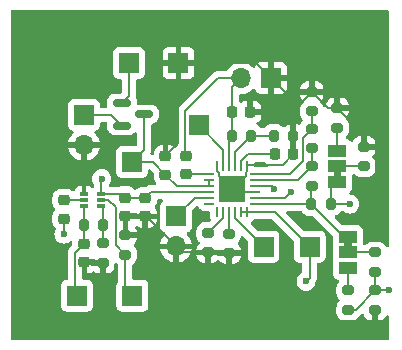
<source format=gbr>
%TF.GenerationSoftware,KiCad,Pcbnew,8.0.4*%
%TF.CreationDate,2024-09-13T17:59:22-07:00*%
%TF.ProjectId,powerTest,706f7765-7254-4657-9374-2e6b69636164,rev?*%
%TF.SameCoordinates,Original*%
%TF.FileFunction,Copper,L1,Top*%
%TF.FilePolarity,Positive*%
%FSLAX46Y46*%
G04 Gerber Fmt 4.6, Leading zero omitted, Abs format (unit mm)*
G04 Created by KiCad (PCBNEW 8.0.4) date 2024-09-13 17:59:22*
%MOMM*%
%LPD*%
G01*
G04 APERTURE LIST*
G04 Aperture macros list*
%AMRoundRect*
0 Rectangle with rounded corners*
0 $1 Rounding radius*
0 $2 $3 $4 $5 $6 $7 $8 $9 X,Y pos of 4 corners*
0 Add a 4 corners polygon primitive as box body*
4,1,4,$2,$3,$4,$5,$6,$7,$8,$9,$2,$3,0*
0 Add four circle primitives for the rounded corners*
1,1,$1+$1,$2,$3*
1,1,$1+$1,$4,$5*
1,1,$1+$1,$6,$7*
1,1,$1+$1,$8,$9*
0 Add four rect primitives between the rounded corners*
20,1,$1+$1,$2,$3,$4,$5,0*
20,1,$1+$1,$4,$5,$6,$7,0*
20,1,$1+$1,$6,$7,$8,$9,0*
20,1,$1+$1,$8,$9,$2,$3,0*%
G04 Aperture macros list end*
%TA.AperFunction,EtchedComponent*%
%ADD10C,0.000000*%
%TD*%
%TA.AperFunction,ComponentPad*%
%ADD11R,1.700000X1.700000*%
%TD*%
%TA.AperFunction,SMDPad,CuDef*%
%ADD12RoundRect,0.200000X-0.200000X-0.275000X0.200000X-0.275000X0.200000X0.275000X-0.200000X0.275000X0*%
%TD*%
%TA.AperFunction,ComponentPad*%
%ADD13O,1.700000X1.700000*%
%TD*%
%TA.AperFunction,SMDPad,CuDef*%
%ADD14RoundRect,0.062500X0.375000X0.062500X-0.375000X0.062500X-0.375000X-0.062500X0.375000X-0.062500X0*%
%TD*%
%TA.AperFunction,SMDPad,CuDef*%
%ADD15RoundRect,0.062500X0.062500X0.375000X-0.062500X0.375000X-0.062500X-0.375000X0.062500X-0.375000X0*%
%TD*%
%TA.AperFunction,HeatsinkPad*%
%ADD16R,2.300000X2.300000*%
%TD*%
%TA.AperFunction,SMDPad,CuDef*%
%ADD17RoundRect,0.200000X0.275000X-0.200000X0.275000X0.200000X-0.275000X0.200000X-0.275000X-0.200000X0*%
%TD*%
%TA.AperFunction,SMDPad,CuDef*%
%ADD18RoundRect,0.200000X-0.275000X0.200000X-0.275000X-0.200000X0.275000X-0.200000X0.275000X0.200000X0*%
%TD*%
%TA.AperFunction,SMDPad,CuDef*%
%ADD19RoundRect,0.225000X0.250000X-0.225000X0.250000X0.225000X-0.250000X0.225000X-0.250000X-0.225000X0*%
%TD*%
%TA.AperFunction,SMDPad,CuDef*%
%ADD20R,1.500000X1.000000*%
%TD*%
%TA.AperFunction,SMDPad,CuDef*%
%ADD21RoundRect,0.225000X-0.225000X-0.250000X0.225000X-0.250000X0.225000X0.250000X-0.225000X0.250000X0*%
%TD*%
%TA.AperFunction,SMDPad,CuDef*%
%ADD22RoundRect,0.225000X-0.250000X0.225000X-0.250000X-0.225000X0.250000X-0.225000X0.250000X0.225000X0*%
%TD*%
%TA.AperFunction,SMDPad,CuDef*%
%ADD23RoundRect,0.218750X0.256250X-0.218750X0.256250X0.218750X-0.256250X0.218750X-0.256250X-0.218750X0*%
%TD*%
%TA.AperFunction,SMDPad,CuDef*%
%ADD24RoundRect,0.150000X-0.587500X-0.150000X0.587500X-0.150000X0.587500X0.150000X-0.587500X0.150000X0*%
%TD*%
%TA.AperFunction,SMDPad,CuDef*%
%ADD25RoundRect,0.218750X-0.256250X0.218750X-0.256250X-0.218750X0.256250X-0.218750X0.256250X0.218750X0*%
%TD*%
%TA.AperFunction,SMDPad,CuDef*%
%ADD26RoundRect,0.200000X0.200000X0.275000X-0.200000X0.275000X-0.200000X-0.275000X0.200000X-0.275000X0*%
%TD*%
%TA.AperFunction,SMDPad,CuDef*%
%ADD27R,0.670001X0.299999*%
%TD*%
%TA.AperFunction,ViaPad*%
%ADD28C,0.600000*%
%TD*%
%TA.AperFunction,Conductor*%
%ADD29C,0.200000*%
%TD*%
G04 APERTURE END LIST*
D10*
%TA.AperFunction,EtchedComponent*%
%TO.C,JP1*%
G36*
X118950000Y-102150000D02*
G01*
X118350000Y-102150000D01*
X118350000Y-101650000D01*
X118950000Y-101650000D01*
X118950000Y-102150000D01*
G37*
%TD.AperFunction*%
%TA.AperFunction,EtchedComponent*%
%TO.C,JP2*%
G36*
X119850000Y-108150000D02*
G01*
X119250000Y-108150000D01*
X119250000Y-107650000D01*
X119850000Y-107650000D01*
X119850000Y-108150000D01*
G37*
%TD.AperFunction*%
%TD*%
D11*
%TO.P,J9,1,Pin_1*%
%TO.N,+3.3V*%
X101250000Y-100900000D03*
%TD*%
D12*
%TO.P,R8,1*%
%TO.N,Net-(J1-Pin_2)*%
X109700000Y-98650000D03*
%TO.P,R8,2*%
%TO.N,Net-(U1-MPPT)*%
X111350000Y-98650000D03*
%TD*%
D11*
%TO.P,J1,1,Pin_1*%
%TO.N,GND*%
X113040000Y-93775000D03*
D13*
%TO.P,J1,2,Pin_2*%
%TO.N,Net-(J1-Pin_2)*%
X110500000Y-93775000D03*
%TD*%
D14*
%TO.P,U1,1,REF*%
%TO.N,Net-(JP2-A)*%
X111687500Y-104437500D03*
%TO.P,U1,2,SETSD*%
%TO.N,/SETSD*%
X111687500Y-103937500D03*
%TO.P,U1,3,SETBK*%
%TO.N,GND*%
X111687500Y-103437500D03*
%TO.P,U1,4,TERM*%
%TO.N,Net-(JP1-A)*%
X111687500Y-102937500D03*
%TO.P,U1,5,SETPG*%
%TO.N,Net-(U1-SETPG)*%
X111687500Y-102437500D03*
%TO.P,U1,6,SETHYST*%
%TO.N,Net-(U1-SETHYST)*%
X111687500Y-101937500D03*
D15*
%TO.P,U1,7,AGND*%
%TO.N,GND*%
X111000000Y-101250000D03*
%TO.P,U1,8,CBP*%
%TO.N,Net-(U1-CBP)*%
X110500000Y-101250000D03*
%TO.P,U1,9,MPPT*%
%TO.N,Net-(U1-MPPT)*%
X110000000Y-101250000D03*
%TO.P,U1,10,VIN*%
%TO.N,Net-(J1-Pin_2)*%
X109500000Y-101250000D03*
%TO.P,U1,11,LLD*%
%TO.N,LLD*%
X109000000Y-101250000D03*
%TO.P,U1,12,PGND*%
%TO.N,GND*%
X108500000Y-101250000D03*
D14*
%TO.P,U1,13,SW*%
%TO.N,Net-(U1-SW)*%
X107812500Y-101937500D03*
%TO.P,U1,14,REG_OUT*%
%TO.N,+3.3V*%
X107812500Y-102437500D03*
%TO.P,U1,15,REG_FB*%
X107812500Y-102937500D03*
%TO.P,U1,16,SYS*%
%TO.N,VSS*%
X107812500Y-103437500D03*
%TO.P,U1,17,BAT*%
%TO.N,Net-(J2-Pin_1)*%
X107812500Y-103937500D03*
%TO.P,U1,18,BACK_UP*%
%TO.N,unconnected-(U1-BACK_UP-Pad18)*%
X107812500Y-104437500D03*
D15*
%TO.P,U1,19,PGOOD*%
%TO.N,unconnected-(U1-PGOOD-Pad19)*%
X108500000Y-105125000D03*
%TO.P,U1,20,VID*%
%TO.N,Net-(U1-VID)*%
X109000000Y-105125000D03*
%TO.P,U1,21,MINOP*%
%TO.N,Net-(U1-MINOP)*%
X109500000Y-105125000D03*
%TO.P,U1,22,DIS_SW*%
%TO.N,~{CHRGR_EN}*%
X110000000Y-105125000D03*
%TO.P,U1,23,REG_D1*%
%TO.N,VSS*%
X110500000Y-105125000D03*
%TO.P,U1,24,REG_D0*%
X111000000Y-105125000D03*
D16*
%TO.P,U1,25,AGND*%
%TO.N,GND*%
X109750000Y-103187500D03*
%TD*%
D17*
%TO.P,R14,1*%
%TO.N,5V_EN*%
X100700000Y-108725000D03*
%TO.P,R14,2*%
%TO.N,GND*%
X100700000Y-107075000D03*
%TD*%
D18*
%TO.P,R16,1*%
%TO.N,Net-(U2-FB)*%
X98800000Y-107775000D03*
%TO.P,R16,2*%
%TO.N,GND*%
X98800000Y-109425000D03*
%TD*%
D19*
%TO.P,C5,1*%
%TO.N,+3.3V*%
X104100000Y-101950000D03*
%TO.P,C5,2*%
%TO.N,GND*%
X104100000Y-100400000D03*
%TD*%
D18*
%TO.P,R11,1*%
%TO.N,Net-(JP2-B)*%
X119550000Y-111750000D03*
%TO.P,R11,2*%
%TO.N,/SETSD*%
X119550000Y-113400000D03*
%TD*%
D11*
%TO.P,J8,1,Pin_1*%
%TO.N,GND*%
X105200000Y-92500000D03*
%TD*%
D20*
%TO.P,JP1,1,A*%
%TO.N,Net-(JP1-A)*%
X118650000Y-102550000D03*
%TO.P,JP1,2,C*%
%TO.N,Net-(JP1-C)*%
X118650000Y-101250000D03*
%TO.P,JP1,3,B*%
%TO.N,Net-(JP1-B)*%
X118650000Y-99950000D03*
%TD*%
D17*
%TO.P,R3,1*%
%TO.N,Net-(JP2-A)*%
X116500000Y-102900000D03*
%TO.P,R3,2*%
%TO.N,Net-(U1-SETPG)*%
X116500000Y-101250000D03*
%TD*%
D11*
%TO.P,J5,1,Pin_1*%
%TO.N,LLD*%
X106900000Y-97750000D03*
%TD*%
%TO.P,J2,1,Pin_1*%
%TO.N,Net-(J2-Pin_1)*%
X105000000Y-105500000D03*
D13*
%TO.P,J2,2,Pin_2*%
%TO.N,GND*%
X105000000Y-108040000D03*
%TD*%
D11*
%TO.P,J3,1,Pin_1*%
%TO.N,Net-(J3-Pin_1)*%
X97200000Y-96900000D03*
D13*
%TO.P,J3,2,Pin_2*%
%TO.N,GND*%
X97200000Y-99440000D03*
%TD*%
D21*
%TO.P,C2,1*%
%TO.N,Net-(J1-Pin_2)*%
X109725000Y-96650000D03*
%TO.P,C2,2*%
%TO.N,GND*%
X111275000Y-96650000D03*
%TD*%
D12*
%TO.P,R6,1*%
%TO.N,Net-(JP2-A)*%
X116450000Y-104450000D03*
%TO.P,R6,2*%
%TO.N,Net-(JP1-A)*%
X118100000Y-104450000D03*
%TD*%
D17*
%TO.P,R7,1*%
%TO.N,Net-(JP1-B)*%
X118650000Y-98000000D03*
%TO.P,R7,2*%
%TO.N,GND*%
X118650000Y-96350000D03*
%TD*%
D22*
%TO.P,C6,1*%
%TO.N,+5V*%
X97200000Y-107825000D03*
%TO.P,C6,2*%
%TO.N,GND*%
X97200000Y-109375000D03*
%TD*%
D11*
%TO.P,J6,1,Pin_1*%
%TO.N,5V_EN*%
X101300000Y-112200000D03*
%TD*%
D18*
%TO.P,R1,1*%
%TO.N,Net-(U1-VID)*%
X107700000Y-106900000D03*
%TO.P,R1,2*%
%TO.N,GND*%
X107700000Y-108550000D03*
%TD*%
D22*
%TO.P,C4,1*%
%TO.N,VSS*%
X100650000Y-103900000D03*
%TO.P,C4,2*%
%TO.N,GND*%
X100650000Y-105450000D03*
%TD*%
D11*
%TO.P,J11,1,Pin_1*%
%TO.N,+5V*%
X96600000Y-112200000D03*
%TD*%
D22*
%TO.P,C3,1*%
%TO.N,VSS*%
X102400000Y-103950000D03*
%TO.P,C3,2*%
%TO.N,GND*%
X102400000Y-105500000D03*
%TD*%
D17*
%TO.P,R2,1*%
%TO.N,GND*%
X109500000Y-108600000D03*
%TO.P,R2,2*%
%TO.N,Net-(U1-MINOP)*%
X109500000Y-106950000D03*
%TD*%
D21*
%TO.P,C1,1*%
%TO.N,Net-(U1-CBP)*%
X113350000Y-100250000D03*
%TO.P,C1,2*%
%TO.N,GND*%
X114900000Y-100250000D03*
%TD*%
D23*
%TO.P,L2,1,1*%
%TO.N,VSS*%
X95500000Y-105675000D03*
%TO.P,L2,2,2*%
%TO.N,Net-(U2-SW)*%
X95500000Y-104100000D03*
%TD*%
D24*
%TO.P,Q1,1,G*%
%TO.N,~{SNSR_EN}*%
X100425000Y-95900000D03*
%TO.P,Q1,2,S*%
%TO.N,Net-(J3-Pin_1)*%
X100425000Y-97800000D03*
%TO.P,Q1,3,D*%
%TO.N,+3.3V*%
X102300000Y-96850000D03*
%TD*%
D25*
%TO.P,L1,1,1*%
%TO.N,Net-(J1-Pin_2)*%
X105800000Y-100362500D03*
%TO.P,L1,2,2*%
%TO.N,Net-(U1-SW)*%
X105800000Y-101937500D03*
%TD*%
D12*
%TO.P,R15,1*%
%TO.N,+5V*%
X97175000Y-106200000D03*
%TO.P,R15,2*%
%TO.N,Net-(U2-FB)*%
X98825000Y-106200000D03*
%TD*%
D11*
%TO.P,J4,1,Pin_1*%
%TO.N,~{CHRGR_EN}*%
X112400000Y-108050000D03*
%TD*%
D18*
%TO.P,R13,1*%
%TO.N,Net-(JP2-C)*%
X121850000Y-108550000D03*
%TO.P,R13,2*%
%TO.N,/SETSD*%
X121850000Y-110200000D03*
%TD*%
D26*
%TO.P,R9,1*%
%TO.N,GND*%
X114925000Y-98650000D03*
%TO.P,R9,2*%
%TO.N,Net-(U1-MPPT)*%
X113275000Y-98650000D03*
%TD*%
D17*
%TO.P,R10,1*%
%TO.N,Net-(JP1-C)*%
X120900000Y-101250000D03*
%TO.P,R10,2*%
%TO.N,GND*%
X120900000Y-99600000D03*
%TD*%
D18*
%TO.P,R12,1*%
%TO.N,/SETSD*%
X121850000Y-111750000D03*
%TO.P,R12,2*%
%TO.N,GND*%
X121850000Y-113400000D03*
%TD*%
D20*
%TO.P,JP2,1,A*%
%TO.N,Net-(JP2-A)*%
X119550000Y-107250000D03*
%TO.P,JP2,2,C*%
%TO.N,Net-(JP2-C)*%
X119550000Y-108550000D03*
%TO.P,JP2,3,B*%
%TO.N,Net-(JP2-B)*%
X119550000Y-109850000D03*
%TD*%
D11*
%TO.P,J10,1,Pin_1*%
%TO.N,VSS*%
X116300000Y-108050000D03*
%TD*%
%TO.P,J7,1,Pin_1*%
%TO.N,~{SNSR_EN}*%
X101000000Y-92500000D03*
%TD*%
D27*
%TO.P,U2,1,FB*%
%TO.N,Net-(U2-FB)*%
X98680002Y-104600000D03*
%TO.P,U2,2,EN*%
%TO.N,5V_EN*%
X98680002Y-104100001D03*
%TO.P,U2,3,VIN*%
%TO.N,VSS*%
X98680002Y-103599999D03*
%TO.P,U2,4,GND*%
%TO.N,GND*%
X97200000Y-103599999D03*
%TO.P,U2,5,SW*%
%TO.N,Net-(U2-SW)*%
X97200000Y-104100001D03*
%TO.P,U2,6,VOUT*%
%TO.N,+5V*%
X97200000Y-104600000D03*
%TD*%
D17*
%TO.P,R5,1*%
%TO.N,Net-(U1-SETHYST)*%
X116500000Y-96600000D03*
%TO.P,R5,2*%
%TO.N,GND*%
X116500000Y-94950000D03*
%TD*%
%TO.P,R4,1*%
%TO.N,Net-(U1-SETPG)*%
X116500000Y-99725000D03*
%TO.P,R4,2*%
%TO.N,Net-(U1-SETHYST)*%
X116500000Y-98075000D03*
%TD*%
D28*
%TO.N,GND*%
X114850000Y-96500000D03*
X107700000Y-110300000D03*
X102300000Y-107100000D03*
X109500000Y-110300000D03*
X99000000Y-110600000D03*
X121900000Y-115100000D03*
%TO.N,Net-(JP1-A)*%
X113300000Y-103150000D03*
X119700000Y-104450000D03*
%TO.N,/SETSD*%
X123000000Y-111750000D03*
X114750000Y-103400000D03*
%TO.N,VSS*%
X95500000Y-107000000D03*
X116000000Y-111000000D03*
X98700000Y-102300000D03*
%TD*%
D29*
%TO.N,GND*%
X117900000Y-96350000D02*
X116500000Y-94950000D01*
X105200000Y-92500000D02*
X111765000Y-92500000D01*
X102460000Y-105500000D02*
X102400000Y-105500000D01*
X114850000Y-96500000D02*
X114850000Y-95585000D01*
X111765000Y-92500000D02*
X113040000Y-93775000D01*
X114850000Y-95585000D02*
X113040000Y-93775000D01*
X98750000Y-109375000D02*
X98800000Y-109425000D01*
X102300000Y-105600000D02*
X102400000Y-105500000D01*
X102400000Y-105500000D02*
X100700000Y-105500000D01*
X102275000Y-107075000D02*
X102300000Y-107100000D01*
X110900000Y-102037500D02*
X109750000Y-103187500D01*
X97200000Y-103599999D02*
X97200000Y-99440000D01*
X105200000Y-92500000D02*
X105200000Y-99300000D01*
X108500000Y-101250000D02*
X108500000Y-101687499D01*
X114925000Y-96575000D02*
X114850000Y-96500000D01*
X102300000Y-107100000D02*
X102300000Y-105600000D01*
X111687500Y-103437500D02*
X111675000Y-103450000D01*
X120900000Y-99600000D02*
X120900000Y-98600000D01*
X109500000Y-108600000D02*
X109500000Y-110300000D01*
X111150000Y-101100000D02*
X114050000Y-101100000D01*
X114950000Y-96500000D02*
X114850000Y-96500000D01*
X107700000Y-108550000D02*
X107700000Y-110300000D01*
X105510000Y-108550000D02*
X105000000Y-108040000D01*
X110900000Y-101787499D02*
X110900000Y-102037500D01*
X111000000Y-101250000D02*
X111150000Y-101100000D01*
X107700000Y-108550000D02*
X105510000Y-108550000D01*
X108600000Y-101787499D02*
X108600000Y-102037500D01*
X97200000Y-109375000D02*
X98750000Y-109375000D01*
X105000000Y-108040000D02*
X102460000Y-105500000D01*
X118650000Y-96350000D02*
X117900000Y-96350000D01*
X120900000Y-98600000D02*
X118650000Y-96350000D01*
X100700000Y-107075000D02*
X102275000Y-107075000D01*
X114900000Y-98675000D02*
X114925000Y-98650000D01*
X121850000Y-115050000D02*
X121900000Y-115100000D01*
X114600000Y-96500000D02*
X114450000Y-96650000D01*
X100700000Y-107075000D02*
X100700000Y-105500000D01*
X121850000Y-113400000D02*
X121850000Y-115050000D01*
X121750000Y-113400000D02*
X121800000Y-113450000D01*
X100700000Y-105500000D02*
X100650000Y-105450000D01*
X111000000Y-101250000D02*
X111000000Y-101687499D01*
X108500000Y-101687499D02*
X108600000Y-101787499D01*
X110012500Y-103450000D02*
X109750000Y-103187500D01*
X114050000Y-101100000D02*
X114900000Y-100250000D01*
X116500000Y-94950000D02*
X114950000Y-96500000D01*
X108600000Y-102037500D02*
X109750000Y-103187500D01*
X114875000Y-98750000D02*
X114975000Y-98650000D01*
X107700000Y-108550000D02*
X109450000Y-108550000D01*
X111675000Y-103450000D02*
X110012500Y-103450000D01*
X98800000Y-109425000D02*
X98800000Y-110400000D01*
X114450000Y-96650000D02*
X111275000Y-96650000D01*
X121850000Y-113400000D02*
X121800000Y-113450000D01*
X114850000Y-96500000D02*
X114600000Y-96500000D01*
X114900000Y-100250000D02*
X114900000Y-98675000D01*
X109450000Y-108550000D02*
X109500000Y-108600000D01*
X105200000Y-99300000D02*
X104100000Y-100400000D01*
X114925000Y-98650000D02*
X114925000Y-96575000D01*
X98800000Y-110400000D02*
X99000000Y-110600000D01*
X111000000Y-101687499D02*
X110900000Y-101787499D01*
%TO.N,Net-(U1-MPPT)*%
X111350000Y-98650000D02*
X113275000Y-98650000D01*
X110000000Y-100000000D02*
X110000000Y-101250000D01*
X111350000Y-98650000D02*
X110000000Y-100000000D01*
X111525000Y-98700000D02*
X111475000Y-98750000D01*
%TO.N,Net-(JP2-A)*%
X116450000Y-104450000D02*
X119250000Y-107250000D01*
X119250000Y-107250000D02*
X119550000Y-107250000D01*
X116437500Y-104437500D02*
X116450000Y-104450000D01*
X116450000Y-102950000D02*
X116500000Y-102900000D01*
X116450000Y-104450000D02*
X116450000Y-102950000D01*
X111687500Y-104437500D02*
X116437500Y-104437500D01*
%TO.N,Net-(U1-SETPG)*%
X111687500Y-102437500D02*
X115312500Y-102437500D01*
X116500000Y-101250000D02*
X116500000Y-99725000D01*
X115312500Y-102437500D02*
X116500000Y-101250000D01*
%TO.N,Net-(U1-MINOP)*%
X109500000Y-105125000D02*
X109500000Y-106950000D01*
%TO.N,Net-(U1-VID)*%
X109000000Y-105600000D02*
X107700000Y-106900000D01*
X109000000Y-105125000D02*
X109000000Y-105600000D01*
%TO.N,Net-(U1-SETHYST)*%
X111687500Y-101937500D02*
X114624852Y-101937500D01*
X116500000Y-98075000D02*
X116500000Y-96600000D01*
X114624852Y-101937500D02*
X115725000Y-100837352D01*
X116500000Y-98075000D02*
X116500000Y-98475000D01*
X115725000Y-100837352D02*
X115725000Y-98850000D01*
X115725000Y-98850000D02*
X116500000Y-98075000D01*
%TO.N,Net-(JP1-A)*%
X118100000Y-103100000D02*
X118650000Y-102550000D01*
X111687500Y-102937500D02*
X113087500Y-102937500D01*
X118100000Y-104450000D02*
X118100000Y-103100000D01*
X118100000Y-104450000D02*
X119700000Y-104450000D01*
X113087500Y-102937500D02*
X113300000Y-103150000D01*
%TO.N,Net-(JP1-B)*%
X118650000Y-99950000D02*
X118650000Y-98000000D01*
%TO.N,Net-(J1-Pin_2)*%
X109725000Y-98625000D02*
X109700000Y-98650000D01*
X105750000Y-100312500D02*
X105750000Y-96600000D01*
X109725000Y-94550000D02*
X110500000Y-93775000D01*
X105750000Y-96600000D02*
X108575000Y-93775000D01*
X109725000Y-96650000D02*
X109725000Y-98625000D01*
X108575000Y-93775000D02*
X110500000Y-93775000D01*
X109700000Y-98650000D02*
X109500000Y-98850000D01*
X109500000Y-98850000D02*
X109500000Y-101250000D01*
X109725000Y-96650000D02*
X109725000Y-94550000D01*
X105800000Y-100362500D02*
X105750000Y-100312500D01*
%TO.N,Net-(JP1-C)*%
X118650000Y-101250000D02*
X120900000Y-101250000D01*
%TO.N,Net-(JP2-B)*%
X119550000Y-111750000D02*
X119550000Y-109850000D01*
%TO.N,/SETSD*%
X111687500Y-103937500D02*
X114212500Y-103937500D01*
X120200000Y-113400000D02*
X121850000Y-111750000D01*
X114212500Y-103937500D02*
X114750000Y-103400000D01*
X121750000Y-111750000D02*
X121850000Y-111750000D01*
X119550000Y-113400000D02*
X120200000Y-113400000D01*
X121850000Y-111750000D02*
X121850000Y-110200000D01*
X121850000Y-111750000D02*
X123000000Y-111750000D01*
%TO.N,Net-(JP2-C)*%
X119550000Y-108550000D02*
X121850000Y-108550000D01*
%TO.N,5V_EN*%
X98680002Y-104100001D02*
X99265002Y-104100001D01*
X99875000Y-107900000D02*
X100700000Y-108725000D01*
X99265002Y-104100001D02*
X99875000Y-104709999D01*
X100700000Y-108725000D02*
X100700000Y-111600000D01*
X99875000Y-104709999D02*
X99875000Y-107900000D01*
X100700000Y-111600000D02*
X101300000Y-112200000D01*
%TO.N,Net-(U2-FB)*%
X98800000Y-106225000D02*
X98825000Y-106200000D01*
X98825000Y-104744998D02*
X98680002Y-104600000D01*
X98825000Y-106200000D02*
X98825000Y-104744998D01*
X98800000Y-107775000D02*
X98800000Y-106225000D01*
%TO.N,+5V*%
X96425000Y-112025000D02*
X96600000Y-112200000D01*
X97175000Y-106200000D02*
X97175000Y-104625000D01*
X97200000Y-107825000D02*
X97200000Y-106225000D01*
X97200000Y-106225000D02*
X97175000Y-106200000D01*
X97200000Y-107825000D02*
X96425000Y-108600000D01*
X96425000Y-108600000D02*
X96425000Y-112025000D01*
X97175000Y-104625000D02*
X97200000Y-104600000D01*
%TO.N,Net-(J3-Pin_1)*%
X97200000Y-96900000D02*
X99525000Y-96900000D01*
X99525000Y-96900000D02*
X100425000Y-97800000D01*
%TO.N,+3.3V*%
X101250000Y-100900000D02*
X103050000Y-100900000D01*
X102300000Y-99850000D02*
X102300000Y-96850000D01*
X107812500Y-102937500D02*
X105087500Y-102937500D01*
X107812500Y-102937500D02*
X107800000Y-102950000D01*
X101250000Y-100900000D02*
X102300000Y-99850000D01*
X107812500Y-102437500D02*
X107812500Y-102937500D01*
X105087500Y-102937500D02*
X104100000Y-101950000D01*
X103050000Y-100900000D02*
X104100000Y-101950000D01*
%TO.N,~{SNSR_EN}*%
X100425000Y-95900000D02*
X101000000Y-95325000D01*
X101000000Y-95325000D02*
X101000000Y-92500000D01*
%TO.N,Net-(U1-SW)*%
X107812500Y-101937500D02*
X105800000Y-101937500D01*
%TO.N,Net-(J2-Pin_1)*%
X107812500Y-103937500D02*
X106562500Y-103937500D01*
X106562500Y-103937500D02*
X105000000Y-105500000D01*
%TO.N,VSS*%
X102912500Y-103437500D02*
X107812500Y-103437500D01*
X100700000Y-103950000D02*
X100650000Y-103900000D01*
X102400000Y-103950000D02*
X100700000Y-103950000D01*
X102400000Y-103950000D02*
X102912500Y-103437500D01*
X100349999Y-103599999D02*
X100650000Y-103900000D01*
X116300000Y-108050000D02*
X116300000Y-110700000D01*
X110500000Y-105125000D02*
X111000000Y-105125000D01*
X111000000Y-105125000D02*
X113375000Y-105125000D01*
X98680002Y-103599999D02*
X100349999Y-103599999D01*
X116300000Y-110700000D02*
X116000000Y-111000000D01*
X95500000Y-105675000D02*
X95500000Y-107000000D01*
X98680002Y-102319998D02*
X98700000Y-102300000D01*
X113375000Y-105125000D02*
X116300000Y-108050000D01*
X98680002Y-103599999D02*
X98680002Y-102319998D01*
%TO.N,Net-(U1-CBP)*%
X111048114Y-100250000D02*
X113350000Y-100250000D01*
X110500000Y-100798114D02*
X111048114Y-100250000D01*
X110500000Y-101250000D02*
X110500000Y-100798114D01*
%TO.N,~{CHRGR_EN}*%
X110000000Y-105650000D02*
X110000000Y-105125000D01*
X112400000Y-108050000D02*
X110000000Y-105650000D01*
%TO.N,LLD*%
X109000000Y-101250000D02*
X109000000Y-99850000D01*
X109000000Y-99850000D02*
X106900000Y-97750000D01*
%TO.N,Net-(U2-SW)*%
X95400001Y-104100001D02*
X95400000Y-104100000D01*
X95500001Y-104100001D02*
X95500000Y-104100000D01*
X97200000Y-104100001D02*
X95500001Y-104100001D01*
%TD*%
%TA.AperFunction,Conductor*%
%TO.N,GND*%
G36*
X122943039Y-88019685D02*
G01*
X122988794Y-88072489D01*
X123000000Y-88124000D01*
X123000000Y-107998568D01*
X122980315Y-108065607D01*
X122927511Y-108111362D01*
X122858353Y-108121306D01*
X122794797Y-108092281D01*
X122769883Y-108062718D01*
X122733254Y-108002127D01*
X122680472Y-107914815D01*
X122680470Y-107914813D01*
X122680469Y-107914811D01*
X122560188Y-107794530D01*
X122545032Y-107785368D01*
X122414606Y-107706522D01*
X122252196Y-107655914D01*
X122252194Y-107655913D01*
X122252192Y-107655913D01*
X122201038Y-107651265D01*
X122181616Y-107649500D01*
X121518384Y-107649500D01*
X121499145Y-107651248D01*
X121447807Y-107655913D01*
X121285393Y-107706522D01*
X121139811Y-107794530D01*
X121139810Y-107794531D01*
X121021161Y-107913181D01*
X120959838Y-107946666D01*
X120933480Y-107949500D01*
X120922244Y-107949500D01*
X120855205Y-107929815D01*
X120809450Y-107877011D01*
X120798954Y-107812247D01*
X120800500Y-107797873D01*
X120800499Y-106702128D01*
X120794947Y-106650478D01*
X120794091Y-106642516D01*
X120743797Y-106507671D01*
X120743793Y-106507664D01*
X120657547Y-106392455D01*
X120657544Y-106392452D01*
X120542335Y-106306206D01*
X120542328Y-106306202D01*
X120407482Y-106255908D01*
X120407483Y-106255908D01*
X120347883Y-106249501D01*
X120347881Y-106249500D01*
X120347873Y-106249500D01*
X120347865Y-106249500D01*
X119150097Y-106249500D01*
X119083058Y-106229815D01*
X119062416Y-106213181D01*
X118451108Y-105601873D01*
X118417623Y-105540550D01*
X118422607Y-105470858D01*
X118464479Y-105414925D01*
X118501893Y-105395809D01*
X118589606Y-105368478D01*
X118735185Y-105280472D01*
X118855472Y-105160185D01*
X118885598Y-105110349D01*
X118937126Y-105063162D01*
X118991715Y-105050500D01*
X119117588Y-105050500D01*
X119184627Y-105070185D01*
X119194903Y-105077555D01*
X119197736Y-105079814D01*
X119197738Y-105079816D01*
X119350478Y-105175789D01*
X119520745Y-105235368D01*
X119520750Y-105235369D01*
X119699996Y-105255565D01*
X119700000Y-105255565D01*
X119700004Y-105255565D01*
X119879249Y-105235369D01*
X119879252Y-105235368D01*
X119879255Y-105235368D01*
X120049522Y-105175789D01*
X120202262Y-105079816D01*
X120329816Y-104952262D01*
X120425789Y-104799522D01*
X120485368Y-104629255D01*
X120485369Y-104629249D01*
X120505565Y-104450003D01*
X120505565Y-104449996D01*
X120485369Y-104270750D01*
X120485368Y-104270745D01*
X120467009Y-104218278D01*
X120425789Y-104100478D01*
X120422322Y-104094961D01*
X120329815Y-103947737D01*
X120202262Y-103820184D01*
X120049523Y-103724211D01*
X119879254Y-103664631D01*
X119879250Y-103664630D01*
X119785817Y-103654103D01*
X119721403Y-103627036D01*
X119681848Y-103569441D01*
X119679711Y-103499604D01*
X119715670Y-103439698D01*
X119725373Y-103431630D01*
X119757546Y-103407546D01*
X119843796Y-103292331D01*
X119894091Y-103157483D01*
X119900500Y-103097873D01*
X119900499Y-102015518D01*
X119920184Y-101948480D01*
X119972987Y-101902725D01*
X120042146Y-101892781D01*
X120105702Y-101921806D01*
X120112180Y-101927838D01*
X120189811Y-102005469D01*
X120189813Y-102005470D01*
X120189815Y-102005472D01*
X120335394Y-102093478D01*
X120497804Y-102144086D01*
X120568384Y-102150500D01*
X120568387Y-102150500D01*
X121231613Y-102150500D01*
X121231616Y-102150500D01*
X121302196Y-102144086D01*
X121464606Y-102093478D01*
X121610185Y-102005472D01*
X121730472Y-101885185D01*
X121818478Y-101739606D01*
X121869086Y-101577196D01*
X121875500Y-101506616D01*
X121875500Y-100993384D01*
X121869086Y-100922804D01*
X121818478Y-100760394D01*
X121730472Y-100614815D01*
X121730470Y-100614813D01*
X121730469Y-100614811D01*
X121627984Y-100512326D01*
X121594499Y-100451003D01*
X121599483Y-100381311D01*
X121627985Y-100336963D01*
X121730071Y-100234878D01*
X121730072Y-100234877D01*
X121818019Y-100089395D01*
X121868590Y-99927106D01*
X121875000Y-99856572D01*
X121875000Y-99850000D01*
X120774000Y-99850000D01*
X120706961Y-99830315D01*
X120661206Y-99777511D01*
X120650000Y-99726000D01*
X120650000Y-99350000D01*
X121150000Y-99350000D01*
X121874999Y-99350000D01*
X121874999Y-99343417D01*
X121868591Y-99272897D01*
X121868590Y-99272892D01*
X121818018Y-99110603D01*
X121730072Y-98965122D01*
X121609877Y-98844927D01*
X121464395Y-98756980D01*
X121464396Y-98756980D01*
X121302105Y-98706409D01*
X121302106Y-98706409D01*
X121231572Y-98700000D01*
X121150000Y-98700000D01*
X121150000Y-99350000D01*
X120650000Y-99350000D01*
X120650000Y-98700000D01*
X120649999Y-98699999D01*
X120568417Y-98700000D01*
X120497897Y-98706408D01*
X120497892Y-98706409D01*
X120335603Y-98756981D01*
X120190122Y-98844927D01*
X120069928Y-98965121D01*
X120069925Y-98965125D01*
X119982936Y-99109021D01*
X119931408Y-99156208D01*
X119862549Y-99168046D01*
X119798220Y-99140777D01*
X119777556Y-99119185D01*
X119757546Y-99092454D01*
X119757544Y-99092452D01*
X119757543Y-99092451D01*
X119642335Y-99006206D01*
X119642328Y-99006202D01*
X119507482Y-98955908D01*
X119507484Y-98955908D01*
X119451195Y-98949857D01*
X119386644Y-98923119D01*
X119346796Y-98865727D01*
X119344303Y-98795901D01*
X119376768Y-98738888D01*
X119480472Y-98635185D01*
X119568478Y-98489606D01*
X119619086Y-98327196D01*
X119625500Y-98256616D01*
X119625500Y-97743384D01*
X119619086Y-97672804D01*
X119568478Y-97510394D01*
X119480472Y-97364815D01*
X119480470Y-97364813D01*
X119480469Y-97364811D01*
X119377984Y-97262326D01*
X119344499Y-97201003D01*
X119349483Y-97131311D01*
X119377985Y-97086963D01*
X119480071Y-96984878D01*
X119480072Y-96984877D01*
X119568019Y-96839395D01*
X119618590Y-96677106D01*
X119625000Y-96606572D01*
X119625000Y-96600000D01*
X118524000Y-96600000D01*
X118456961Y-96580315D01*
X118411206Y-96527511D01*
X118400000Y-96476000D01*
X118400000Y-96100000D01*
X118900000Y-96100000D01*
X119624999Y-96100000D01*
X119624999Y-96093417D01*
X119618591Y-96022897D01*
X119618590Y-96022892D01*
X119568018Y-95860603D01*
X119480072Y-95715122D01*
X119359877Y-95594927D01*
X119214395Y-95506980D01*
X119214396Y-95506980D01*
X119052105Y-95456409D01*
X119052106Y-95456409D01*
X118981572Y-95450000D01*
X118900000Y-95450000D01*
X118900000Y-96100000D01*
X118400000Y-96100000D01*
X118400000Y-95450000D01*
X118399999Y-95449999D01*
X118318417Y-95450000D01*
X118247897Y-95456408D01*
X118247892Y-95456409D01*
X118085603Y-95506981D01*
X117940122Y-95594927D01*
X117819927Y-95715122D01*
X117731980Y-95860604D01*
X117681409Y-96022893D01*
X117675000Y-96093427D01*
X117675000Y-96118871D01*
X117655315Y-96185910D01*
X117602511Y-96231665D01*
X117533353Y-96241609D01*
X117469797Y-96212584D01*
X117432615Y-96155762D01*
X117418478Y-96110394D01*
X117330472Y-95964815D01*
X117330470Y-95964813D01*
X117330469Y-95964811D01*
X117227984Y-95862326D01*
X117194499Y-95801003D01*
X117199483Y-95731311D01*
X117227985Y-95686963D01*
X117330071Y-95584878D01*
X117330072Y-95584877D01*
X117418019Y-95439395D01*
X117468590Y-95277106D01*
X117475000Y-95206572D01*
X117475000Y-95200000D01*
X115525001Y-95200000D01*
X115525001Y-95206582D01*
X115531408Y-95277102D01*
X115531409Y-95277107D01*
X115581981Y-95439396D01*
X115669927Y-95584877D01*
X115772015Y-95686965D01*
X115805500Y-95748288D01*
X115800516Y-95817980D01*
X115772015Y-95862327D01*
X115669531Y-95964810D01*
X115669530Y-95964811D01*
X115581522Y-96110393D01*
X115530913Y-96272807D01*
X115524500Y-96343386D01*
X115524500Y-96856613D01*
X115530913Y-96927192D01*
X115530913Y-96927194D01*
X115530914Y-96927196D01*
X115581522Y-97089606D01*
X115653515Y-97208697D01*
X115669530Y-97235188D01*
X115684161Y-97249819D01*
X115717646Y-97311142D01*
X115712662Y-97380834D01*
X115684161Y-97425181D01*
X115669531Y-97439810D01*
X115669530Y-97439811D01*
X115581522Y-97585393D01*
X115561986Y-97648090D01*
X115523248Y-97706238D01*
X115459223Y-97734212D01*
X115406710Y-97729586D01*
X115252101Y-97681408D01*
X115181572Y-97675000D01*
X115175000Y-97675000D01*
X115175000Y-98570429D01*
X115167080Y-98610245D01*
X115167527Y-98610365D01*
X115165700Y-98617180D01*
X115165562Y-98617878D01*
X115165425Y-98618207D01*
X115160875Y-98635188D01*
X115124499Y-98770943D01*
X115124499Y-98770945D01*
X115124499Y-98939046D01*
X115124500Y-98939059D01*
X115124500Y-100376000D01*
X115104815Y-100443039D01*
X115052011Y-100488794D01*
X115000500Y-100500000D01*
X114774000Y-100500000D01*
X114706961Y-100480315D01*
X114661206Y-100427511D01*
X114650000Y-100376000D01*
X114650000Y-99308362D01*
X114669685Y-99241323D01*
X114675000Y-99234727D01*
X114675000Y-97675000D01*
X114674999Y-97674999D01*
X114668436Y-97675000D01*
X114668417Y-97675001D01*
X114597897Y-97681408D01*
X114597892Y-97681409D01*
X114435603Y-97731981D01*
X114290122Y-97819927D01*
X114290121Y-97819928D01*
X114188035Y-97922015D01*
X114126712Y-97955500D01*
X114057020Y-97950516D01*
X114012673Y-97922015D01*
X113910188Y-97819530D01*
X113908292Y-97818384D01*
X113764606Y-97731522D01*
X113602196Y-97680914D01*
X113602194Y-97680913D01*
X113602192Y-97680913D01*
X113552778Y-97676423D01*
X113531616Y-97674500D01*
X113018384Y-97674500D01*
X112999145Y-97676248D01*
X112947807Y-97680913D01*
X112785393Y-97731522D01*
X112639811Y-97819530D01*
X112519530Y-97939811D01*
X112489402Y-97989650D01*
X112437874Y-98036838D01*
X112383285Y-98049500D01*
X112241715Y-98049500D01*
X112174676Y-98029815D01*
X112135598Y-97989650D01*
X112105472Y-97939815D01*
X112105470Y-97939813D01*
X112105469Y-97939811D01*
X111985188Y-97819530D01*
X111985185Y-97819528D01*
X111858492Y-97742939D01*
X111811305Y-97691412D01*
X111799467Y-97622552D01*
X111826736Y-97558224D01*
X111857546Y-97531284D01*
X111952733Y-97472571D01*
X112072572Y-97352732D01*
X112072575Y-97352728D01*
X112161542Y-97208492D01*
X112161547Y-97208481D01*
X112214855Y-97047606D01*
X112224999Y-96948322D01*
X112225000Y-96948309D01*
X112225000Y-96900000D01*
X111149000Y-96900000D01*
X111081961Y-96880315D01*
X111036206Y-96827511D01*
X111025000Y-96776000D01*
X111025000Y-96400000D01*
X111525000Y-96400000D01*
X112224999Y-96400000D01*
X112224999Y-96351692D01*
X112224998Y-96351677D01*
X112214855Y-96252392D01*
X112161547Y-96091518D01*
X112161542Y-96091507D01*
X112072575Y-95947271D01*
X112072572Y-95947267D01*
X111952732Y-95827427D01*
X111952728Y-95827424D01*
X111808492Y-95738457D01*
X111808481Y-95738452D01*
X111647606Y-95685144D01*
X111548322Y-95675000D01*
X111525000Y-95675000D01*
X111525000Y-96400000D01*
X111025000Y-96400000D01*
X111025000Y-95674999D01*
X111001693Y-95675000D01*
X111001674Y-95675001D01*
X110902392Y-95685144D01*
X110741518Y-95738452D01*
X110741507Y-95738457D01*
X110597271Y-95827424D01*
X110597264Y-95827430D01*
X110588028Y-95836665D01*
X110526703Y-95870146D01*
X110457011Y-95865157D01*
X110412672Y-95836659D01*
X110403047Y-95827034D01*
X110384400Y-95815532D01*
X110337677Y-95763582D01*
X110325500Y-95709995D01*
X110325500Y-95250714D01*
X110345185Y-95183675D01*
X110397989Y-95137920D01*
X110460308Y-95127186D01*
X110500000Y-95130659D01*
X110500001Y-95130659D01*
X110564681Y-95125000D01*
X110735408Y-95110063D01*
X110963663Y-95048903D01*
X111177830Y-94949035D01*
X111371401Y-94813495D01*
X111493717Y-94691178D01*
X111555036Y-94657696D01*
X111624728Y-94662680D01*
X111680662Y-94704551D01*
X111697577Y-94735528D01*
X111746646Y-94867088D01*
X111746649Y-94867093D01*
X111832809Y-94982187D01*
X111832812Y-94982190D01*
X111947906Y-95068350D01*
X111947913Y-95068354D01*
X112082620Y-95118596D01*
X112082627Y-95118598D01*
X112142155Y-95124999D01*
X112142172Y-95125000D01*
X112790000Y-95125000D01*
X112790000Y-94208012D01*
X112847007Y-94240925D01*
X112974174Y-94275000D01*
X113105826Y-94275000D01*
X113232993Y-94240925D01*
X113290000Y-94208012D01*
X113290000Y-95125000D01*
X113937828Y-95125000D01*
X113937844Y-95124999D01*
X113997372Y-95118598D01*
X113997379Y-95118596D01*
X114132086Y-95068354D01*
X114132093Y-95068350D01*
X114247187Y-94982190D01*
X114247190Y-94982187D01*
X114333350Y-94867093D01*
X114333354Y-94867086D01*
X114383596Y-94732379D01*
X114383598Y-94732372D01*
X114387786Y-94693427D01*
X115525000Y-94693427D01*
X115525000Y-94700000D01*
X116250000Y-94700000D01*
X116750000Y-94700000D01*
X117474999Y-94700000D01*
X117474999Y-94693417D01*
X117468591Y-94622897D01*
X117468590Y-94622892D01*
X117418018Y-94460603D01*
X117330072Y-94315122D01*
X117209877Y-94194927D01*
X117064395Y-94106980D01*
X117064396Y-94106980D01*
X116902105Y-94056409D01*
X116902106Y-94056409D01*
X116831572Y-94050000D01*
X116750000Y-94050000D01*
X116750000Y-94700000D01*
X116250000Y-94700000D01*
X116250000Y-94050000D01*
X116249999Y-94049999D01*
X116168417Y-94050000D01*
X116097897Y-94056408D01*
X116097892Y-94056409D01*
X115935603Y-94106981D01*
X115790122Y-94194927D01*
X115669927Y-94315122D01*
X115581980Y-94460604D01*
X115531409Y-94622893D01*
X115525000Y-94693427D01*
X114387786Y-94693427D01*
X114389999Y-94672844D01*
X114390000Y-94672827D01*
X114390000Y-94025000D01*
X113473012Y-94025000D01*
X113505925Y-93967993D01*
X113540000Y-93840826D01*
X113540000Y-93709174D01*
X113505925Y-93582007D01*
X113473012Y-93525000D01*
X114390000Y-93525000D01*
X114390000Y-92877172D01*
X114389999Y-92877155D01*
X114383598Y-92817627D01*
X114383596Y-92817620D01*
X114333354Y-92682913D01*
X114333350Y-92682906D01*
X114247190Y-92567812D01*
X114247187Y-92567809D01*
X114132093Y-92481649D01*
X114132086Y-92481645D01*
X113997379Y-92431403D01*
X113997372Y-92431401D01*
X113937844Y-92425000D01*
X113290000Y-92425000D01*
X113290000Y-93341988D01*
X113232993Y-93309075D01*
X113105826Y-93275000D01*
X112974174Y-93275000D01*
X112847007Y-93309075D01*
X112790000Y-93341988D01*
X112790000Y-92425000D01*
X112142155Y-92425000D01*
X112082627Y-92431401D01*
X112082620Y-92431403D01*
X111947913Y-92481645D01*
X111947906Y-92481649D01*
X111832812Y-92567809D01*
X111832809Y-92567812D01*
X111746649Y-92682906D01*
X111746645Y-92682913D01*
X111697578Y-92814470D01*
X111655707Y-92870404D01*
X111590242Y-92894821D01*
X111521969Y-92879969D01*
X111493715Y-92858819D01*
X111441903Y-92807007D01*
X111371401Y-92736505D01*
X111371397Y-92736502D01*
X111371396Y-92736501D01*
X111177834Y-92600967D01*
X111177830Y-92600965D01*
X111102474Y-92565826D01*
X110963663Y-92501097D01*
X110963659Y-92501096D01*
X110963655Y-92501094D01*
X110735413Y-92439938D01*
X110735403Y-92439936D01*
X110500001Y-92419341D01*
X110499999Y-92419341D01*
X110264596Y-92439936D01*
X110264586Y-92439938D01*
X110036344Y-92501094D01*
X110036335Y-92501098D01*
X109822171Y-92600964D01*
X109822169Y-92600965D01*
X109628597Y-92736505D01*
X109461506Y-92903596D01*
X109325965Y-93097170D01*
X109325962Y-93097175D01*
X109323289Y-93102909D01*
X109277115Y-93155346D01*
X109210909Y-93174500D01*
X108654057Y-93174500D01*
X108495942Y-93174500D01*
X108343215Y-93215423D01*
X108343214Y-93215423D01*
X108343212Y-93215424D01*
X108343209Y-93215425D01*
X108293096Y-93244359D01*
X108293095Y-93244360D01*
X108249689Y-93269420D01*
X108206285Y-93294479D01*
X108206282Y-93294481D01*
X105269479Y-96231284D01*
X105245509Y-96272804D01*
X105230096Y-96299500D01*
X105190423Y-96368215D01*
X105149499Y-96520943D01*
X105149499Y-96520945D01*
X105149499Y-96689046D01*
X105149500Y-96689059D01*
X105149500Y-99472655D01*
X105129815Y-99539694D01*
X105099139Y-99569813D01*
X105100270Y-99571243D01*
X105094605Y-99575722D01*
X105022997Y-99647330D01*
X104961674Y-99680815D01*
X104891982Y-99675831D01*
X104847635Y-99647330D01*
X104802732Y-99602427D01*
X104802728Y-99602424D01*
X104658492Y-99513457D01*
X104658481Y-99513452D01*
X104497606Y-99460144D01*
X104398322Y-99450000D01*
X104350000Y-99450000D01*
X104350000Y-100526000D01*
X104330315Y-100593039D01*
X104277511Y-100638794D01*
X104226000Y-100650000D01*
X103974000Y-100650000D01*
X103906961Y-100630315D01*
X103861206Y-100577511D01*
X103850000Y-100526000D01*
X103850000Y-99450000D01*
X103849999Y-99449999D01*
X103801693Y-99450000D01*
X103801675Y-99450001D01*
X103702392Y-99460144D01*
X103541518Y-99513452D01*
X103541507Y-99513457D01*
X103397271Y-99602424D01*
X103397267Y-99602427D01*
X103277427Y-99722267D01*
X103277424Y-99722271D01*
X103188457Y-99866507D01*
X103188452Y-99866518D01*
X103135144Y-100027393D01*
X103125000Y-100126677D01*
X103125000Y-100175499D01*
X103105315Y-100242538D01*
X103052511Y-100288293D01*
X103001000Y-100299499D01*
X102963347Y-100299499D01*
X102963331Y-100299500D01*
X102948653Y-100299500D01*
X102881614Y-100279815D01*
X102835859Y-100227011D01*
X102825915Y-100157853D01*
X102841266Y-100113500D01*
X102842364Y-100111597D01*
X102859577Y-100081785D01*
X102900500Y-99929058D01*
X102900500Y-99770943D01*
X102900500Y-99770942D01*
X102900500Y-97766722D01*
X102920185Y-97699683D01*
X102972989Y-97653928D01*
X102989905Y-97647646D01*
X103076277Y-97622552D01*
X103147898Y-97601744D01*
X103289365Y-97518081D01*
X103405581Y-97401865D01*
X103489244Y-97260398D01*
X103535098Y-97102569D01*
X103538000Y-97065694D01*
X103538000Y-96634306D01*
X103535098Y-96597431D01*
X103530125Y-96580315D01*
X103489245Y-96439606D01*
X103489244Y-96439603D01*
X103489244Y-96439602D01*
X103405581Y-96298135D01*
X103405579Y-96298133D01*
X103405576Y-96298129D01*
X103289370Y-96181923D01*
X103289362Y-96181917D01*
X103183786Y-96119480D01*
X103147898Y-96098256D01*
X103147897Y-96098255D01*
X103147896Y-96098255D01*
X103147893Y-96098254D01*
X102990073Y-96052402D01*
X102990067Y-96052401D01*
X102953201Y-96049500D01*
X102953194Y-96049500D01*
X101787000Y-96049500D01*
X101719961Y-96029815D01*
X101674206Y-95977011D01*
X101663000Y-95925500D01*
X101663000Y-95684313D01*
X101662999Y-95684298D01*
X101662267Y-95675001D01*
X101660098Y-95647431D01*
X101648120Y-95606204D01*
X101614245Y-95489606D01*
X101614244Y-95489603D01*
X101614244Y-95489602D01*
X101614241Y-95489597D01*
X101611147Y-95482446D01*
X101612970Y-95481656D01*
X101598363Y-95424075D01*
X101600156Y-95412210D01*
X101599440Y-95412116D01*
X101600501Y-95404057D01*
X101600501Y-95238347D01*
X101600500Y-95238329D01*
X101600500Y-93974499D01*
X101620185Y-93907460D01*
X101672989Y-93861705D01*
X101724500Y-93850499D01*
X101897871Y-93850499D01*
X101897872Y-93850499D01*
X101957483Y-93844091D01*
X102092331Y-93793796D01*
X102207546Y-93707546D01*
X102293796Y-93592331D01*
X102344091Y-93457483D01*
X102350500Y-93397873D01*
X102350499Y-91602155D01*
X103850000Y-91602155D01*
X103850000Y-92250000D01*
X104766988Y-92250000D01*
X104734075Y-92307007D01*
X104700000Y-92434174D01*
X104700000Y-92565826D01*
X104734075Y-92692993D01*
X104766988Y-92750000D01*
X103850000Y-92750000D01*
X103850000Y-93397844D01*
X103856401Y-93457372D01*
X103856403Y-93457379D01*
X103906645Y-93592086D01*
X103906649Y-93592093D01*
X103992809Y-93707187D01*
X103992812Y-93707190D01*
X104107906Y-93793350D01*
X104107913Y-93793354D01*
X104242620Y-93843596D01*
X104242627Y-93843598D01*
X104302155Y-93849999D01*
X104302172Y-93850000D01*
X104950000Y-93850000D01*
X104950000Y-92933012D01*
X105007007Y-92965925D01*
X105134174Y-93000000D01*
X105265826Y-93000000D01*
X105392993Y-92965925D01*
X105450000Y-92933012D01*
X105450000Y-93850000D01*
X106097828Y-93850000D01*
X106097844Y-93849999D01*
X106157372Y-93843598D01*
X106157379Y-93843596D01*
X106292086Y-93793354D01*
X106292093Y-93793350D01*
X106407187Y-93707190D01*
X106407190Y-93707187D01*
X106493350Y-93592093D01*
X106493354Y-93592086D01*
X106543596Y-93457379D01*
X106543598Y-93457372D01*
X106549999Y-93397844D01*
X106550000Y-93397827D01*
X106550000Y-92750000D01*
X105633012Y-92750000D01*
X105665925Y-92692993D01*
X105700000Y-92565826D01*
X105700000Y-92434174D01*
X105665925Y-92307007D01*
X105633012Y-92250000D01*
X106550000Y-92250000D01*
X106550000Y-91602172D01*
X106549999Y-91602155D01*
X106543598Y-91542627D01*
X106543596Y-91542620D01*
X106493354Y-91407913D01*
X106493350Y-91407906D01*
X106407190Y-91292812D01*
X106407187Y-91292809D01*
X106292093Y-91206649D01*
X106292086Y-91206645D01*
X106157379Y-91156403D01*
X106157372Y-91156401D01*
X106097844Y-91150000D01*
X105450000Y-91150000D01*
X105450000Y-92066988D01*
X105392993Y-92034075D01*
X105265826Y-92000000D01*
X105134174Y-92000000D01*
X105007007Y-92034075D01*
X104950000Y-92066988D01*
X104950000Y-91150000D01*
X104302155Y-91150000D01*
X104242627Y-91156401D01*
X104242620Y-91156403D01*
X104107913Y-91206645D01*
X104107906Y-91206649D01*
X103992812Y-91292809D01*
X103992809Y-91292812D01*
X103906649Y-91407906D01*
X103906645Y-91407913D01*
X103856403Y-91542620D01*
X103856401Y-91542627D01*
X103850000Y-91602155D01*
X102350499Y-91602155D01*
X102350499Y-91602128D01*
X102344091Y-91542517D01*
X102293884Y-91407906D01*
X102293797Y-91407671D01*
X102293793Y-91407664D01*
X102207547Y-91292455D01*
X102207544Y-91292452D01*
X102092335Y-91206206D01*
X102092328Y-91206202D01*
X101957482Y-91155908D01*
X101957483Y-91155908D01*
X101897883Y-91149501D01*
X101897881Y-91149500D01*
X101897873Y-91149500D01*
X101897864Y-91149500D01*
X100102129Y-91149500D01*
X100102123Y-91149501D01*
X100042516Y-91155908D01*
X99907671Y-91206202D01*
X99907664Y-91206206D01*
X99792455Y-91292452D01*
X99792452Y-91292455D01*
X99706206Y-91407664D01*
X99706202Y-91407671D01*
X99655908Y-91542517D01*
X99649501Y-91602116D01*
X99649501Y-91602123D01*
X99649500Y-91602135D01*
X99649500Y-93397870D01*
X99649501Y-93397876D01*
X99655908Y-93457483D01*
X99706202Y-93592328D01*
X99706206Y-93592335D01*
X99792452Y-93707544D01*
X99792455Y-93707547D01*
X99907664Y-93793793D01*
X99907671Y-93793797D01*
X99952618Y-93810561D01*
X100042517Y-93844091D01*
X100102127Y-93850500D01*
X100275500Y-93850499D01*
X100342539Y-93870183D01*
X100388294Y-93922987D01*
X100399500Y-93974499D01*
X100399500Y-94975500D01*
X100379815Y-95042539D01*
X100327011Y-95088294D01*
X100275500Y-95099500D01*
X99771798Y-95099500D01*
X99734932Y-95102401D01*
X99734926Y-95102402D01*
X99577106Y-95148254D01*
X99577103Y-95148255D01*
X99435637Y-95231917D01*
X99435629Y-95231923D01*
X99319423Y-95348129D01*
X99319417Y-95348137D01*
X99235755Y-95489603D01*
X99235754Y-95489606D01*
X99189902Y-95647426D01*
X99189901Y-95647432D01*
X99187000Y-95684298D01*
X99187000Y-96115701D01*
X99189901Y-96152568D01*
X99190020Y-96153215D01*
X99189981Y-96153580D01*
X99190399Y-96158886D01*
X99189414Y-96158963D01*
X99182704Y-96222701D01*
X99138983Y-96277201D01*
X99072737Y-96299411D01*
X99068039Y-96299500D01*
X98674499Y-96299500D01*
X98607460Y-96279815D01*
X98561705Y-96227011D01*
X98550499Y-96175500D01*
X98550499Y-96002129D01*
X98550498Y-96002123D01*
X98550497Y-96002116D01*
X98544091Y-95942517D01*
X98517098Y-95870146D01*
X98493797Y-95807671D01*
X98493793Y-95807664D01*
X98407547Y-95692455D01*
X98407544Y-95692452D01*
X98292335Y-95606206D01*
X98292328Y-95606202D01*
X98157482Y-95555908D01*
X98157483Y-95555908D01*
X98097883Y-95549501D01*
X98097881Y-95549500D01*
X98097873Y-95549500D01*
X98097864Y-95549500D01*
X96302129Y-95549500D01*
X96302123Y-95549501D01*
X96242516Y-95555908D01*
X96107671Y-95606202D01*
X96107664Y-95606206D01*
X95992455Y-95692452D01*
X95992452Y-95692455D01*
X95906206Y-95807664D01*
X95906202Y-95807671D01*
X95855908Y-95942517D01*
X95852200Y-95977011D01*
X95849501Y-96002123D01*
X95849500Y-96002135D01*
X95849500Y-97797870D01*
X95849501Y-97797876D01*
X95855908Y-97857483D01*
X95906202Y-97992328D01*
X95906206Y-97992335D01*
X95992452Y-98107544D01*
X95992455Y-98107547D01*
X96107664Y-98193793D01*
X96107671Y-98193797D01*
X96152168Y-98210393D01*
X96239598Y-98243002D01*
X96295531Y-98284873D01*
X96319949Y-98350337D01*
X96305098Y-98418610D01*
X96283947Y-98446865D01*
X96161886Y-98568926D01*
X96026400Y-98762420D01*
X96026399Y-98762422D01*
X95926570Y-98976507D01*
X95926567Y-98976513D01*
X95869364Y-99189999D01*
X95869364Y-99190000D01*
X96766988Y-99190000D01*
X96734075Y-99247007D01*
X96700000Y-99374174D01*
X96700000Y-99505826D01*
X96734075Y-99632993D01*
X96766988Y-99690000D01*
X95869364Y-99690000D01*
X95926567Y-99903486D01*
X95926570Y-99903492D01*
X96026399Y-100117578D01*
X96161894Y-100311082D01*
X96328917Y-100478105D01*
X96522421Y-100613600D01*
X96736507Y-100713429D01*
X96736516Y-100713433D01*
X96950000Y-100770634D01*
X96950000Y-99873012D01*
X97007007Y-99905925D01*
X97134174Y-99940000D01*
X97265826Y-99940000D01*
X97392993Y-99905925D01*
X97450000Y-99873012D01*
X97450000Y-100770633D01*
X97663483Y-100713433D01*
X97663492Y-100713429D01*
X97877578Y-100613600D01*
X98071082Y-100478105D01*
X98238105Y-100311082D01*
X98373600Y-100117578D01*
X98473429Y-99903492D01*
X98473432Y-99903486D01*
X98530636Y-99690000D01*
X97633012Y-99690000D01*
X97665925Y-99632993D01*
X97700000Y-99505826D01*
X97700000Y-99374174D01*
X97665925Y-99247007D01*
X97633012Y-99190000D01*
X98530636Y-99190000D01*
X98530635Y-99189999D01*
X98473432Y-98976513D01*
X98473429Y-98976507D01*
X98373600Y-98762422D01*
X98373599Y-98762420D01*
X98238113Y-98568926D01*
X98238108Y-98568920D01*
X98116053Y-98446865D01*
X98082568Y-98385542D01*
X98087552Y-98315850D01*
X98129424Y-98259917D01*
X98160400Y-98243002D01*
X98292331Y-98193796D01*
X98407546Y-98107546D01*
X98493796Y-97992331D01*
X98544091Y-97857483D01*
X98550500Y-97797873D01*
X98550500Y-97624500D01*
X98570185Y-97557461D01*
X98622989Y-97511706D01*
X98674500Y-97500500D01*
X99063000Y-97500500D01*
X99130039Y-97520185D01*
X99175794Y-97572989D01*
X99187000Y-97624500D01*
X99187000Y-98015701D01*
X99189901Y-98052567D01*
X99189902Y-98052573D01*
X99235754Y-98210393D01*
X99235755Y-98210396D01*
X99319417Y-98351862D01*
X99319423Y-98351870D01*
X99435629Y-98468076D01*
X99435633Y-98468079D01*
X99435635Y-98468081D01*
X99577102Y-98551744D01*
X99618724Y-98563836D01*
X99734926Y-98597597D01*
X99734929Y-98597597D01*
X99734931Y-98597598D01*
X99771806Y-98600500D01*
X99771814Y-98600500D01*
X101078186Y-98600500D01*
X101078194Y-98600500D01*
X101115069Y-98597598D01*
X101115071Y-98597597D01*
X101115073Y-98597597D01*
X101208584Y-98570429D01*
X101272898Y-98551744D01*
X101414365Y-98468081D01*
X101435581Y-98446865D01*
X101487819Y-98394628D01*
X101549142Y-98361143D01*
X101618834Y-98366127D01*
X101674767Y-98407999D01*
X101699184Y-98473463D01*
X101699500Y-98482309D01*
X101699500Y-99425500D01*
X101679815Y-99492539D01*
X101627011Y-99538294D01*
X101575500Y-99549500D01*
X100352129Y-99549500D01*
X100352123Y-99549501D01*
X100292516Y-99555908D01*
X100157671Y-99606202D01*
X100157664Y-99606206D01*
X100042455Y-99692452D01*
X100042452Y-99692455D01*
X99956206Y-99807664D01*
X99956202Y-99807671D01*
X99905908Y-99942517D01*
X99899501Y-100002116D01*
X99899500Y-100002135D01*
X99899500Y-101797870D01*
X99899501Y-101797876D01*
X99905908Y-101857483D01*
X99956202Y-101992328D01*
X99956206Y-101992335D01*
X100042452Y-102107544D01*
X100042455Y-102107547D01*
X100157664Y-102193793D01*
X100157671Y-102193797D01*
X100292517Y-102244091D01*
X100292516Y-102244091D01*
X100299444Y-102244835D01*
X100352127Y-102250500D01*
X102147872Y-102250499D01*
X102207483Y-102244091D01*
X102342331Y-102193796D01*
X102457546Y-102107546D01*
X102543796Y-101992331D01*
X102594091Y-101857483D01*
X102600500Y-101797873D01*
X102600500Y-101624500D01*
X102620185Y-101557461D01*
X102672989Y-101511706D01*
X102724500Y-101500500D01*
X102749903Y-101500500D01*
X102816942Y-101520185D01*
X102837584Y-101536819D01*
X103088181Y-101787416D01*
X103121666Y-101848739D01*
X103124500Y-101875097D01*
X103124500Y-102223337D01*
X103124501Y-102223355D01*
X103134650Y-102322707D01*
X103134651Y-102322710D01*
X103187996Y-102483694D01*
X103188001Y-102483705D01*
X103277029Y-102628040D01*
X103281510Y-102633707D01*
X103279678Y-102635155D01*
X103307792Y-102686642D01*
X103302808Y-102756334D01*
X103260936Y-102812267D01*
X103195472Y-102836684D01*
X103186626Y-102837000D01*
X102833441Y-102837000D01*
X102801805Y-102845476D01*
X102801806Y-102845477D01*
X102680714Y-102877923D01*
X102680709Y-102877926D01*
X102543791Y-102956975D01*
X102543784Y-102956980D01*
X102537579Y-102963185D01*
X102476254Y-102996667D01*
X102449901Y-102999500D01*
X102101662Y-102999500D01*
X102101644Y-102999501D01*
X102002292Y-103009650D01*
X102002289Y-103009651D01*
X101841305Y-103062996D01*
X101841294Y-103063001D01*
X101696959Y-103152029D01*
X101637679Y-103211308D01*
X101576355Y-103244792D01*
X101506664Y-103239806D01*
X101462318Y-103211306D01*
X101353044Y-103102032D01*
X101353040Y-103102029D01*
X101208705Y-103013001D01*
X101208699Y-103012998D01*
X101208697Y-103012997D01*
X101176651Y-103002378D01*
X101047709Y-102959651D01*
X100948346Y-102949500D01*
X100351662Y-102949500D01*
X100351644Y-102949501D01*
X100252292Y-102959650D01*
X100252289Y-102959651D01*
X100151032Y-102993205D01*
X100112028Y-102999499D01*
X99430013Y-102999499D01*
X99362974Y-102979814D01*
X99317219Y-102927010D01*
X99307275Y-102857852D01*
X99328193Y-102809466D01*
X99326111Y-102808158D01*
X99339504Y-102786843D01*
X99425789Y-102649522D01*
X99485368Y-102479255D01*
X99496664Y-102379001D01*
X99505565Y-102300003D01*
X99505565Y-102299996D01*
X99485369Y-102120750D01*
X99485368Y-102120745D01*
X99475827Y-102093478D01*
X99425789Y-101950478D01*
X99329816Y-101797738D01*
X99202262Y-101670184D01*
X99049523Y-101574211D01*
X98879254Y-101514631D01*
X98879249Y-101514630D01*
X98700004Y-101494435D01*
X98699996Y-101494435D01*
X98520750Y-101514630D01*
X98520745Y-101514631D01*
X98350476Y-101574211D01*
X98197737Y-101670184D01*
X98070184Y-101797737D01*
X97974211Y-101950476D01*
X97914631Y-102120745D01*
X97914630Y-102120750D01*
X97894435Y-102299996D01*
X97894435Y-102300003D01*
X97914630Y-102479249D01*
X97914631Y-102479254D01*
X97968677Y-102633707D01*
X97974211Y-102649522D01*
X98041325Y-102756334D01*
X98060496Y-102786843D01*
X98079502Y-102852815D01*
X98079502Y-102961477D01*
X98059817Y-103028516D01*
X98029812Y-103060744D01*
X98013894Y-103072660D01*
X97948430Y-103097077D01*
X97880157Y-103082225D01*
X97865273Y-103072660D01*
X97777089Y-103006645D01*
X97777087Y-103006644D01*
X97642380Y-102956402D01*
X97642373Y-102956400D01*
X97582845Y-102949999D01*
X97349999Y-102949999D01*
X97349999Y-103325501D01*
X97330314Y-103392540D01*
X97277510Y-103438295D01*
X97225999Y-103449501D01*
X97174001Y-103449501D01*
X97106962Y-103429816D01*
X97061207Y-103377012D01*
X97050001Y-103325501D01*
X97050001Y-102949999D01*
X96817154Y-102949999D01*
X96757626Y-102956400D01*
X96757619Y-102956402D01*
X96622912Y-103006644D01*
X96622905Y-103006648D01*
X96507811Y-103092808D01*
X96507808Y-103092811D01*
X96421648Y-103207905D01*
X96421642Y-103207916D01*
X96401571Y-103261729D01*
X96359700Y-103317663D01*
X96294235Y-103342079D01*
X96225962Y-103327227D01*
X96208478Y-103315660D01*
X96205388Y-103313216D01*
X96062295Y-103224955D01*
X96062289Y-103224952D01*
X96062287Y-103224951D01*
X95902685Y-103172064D01*
X95902683Y-103172063D01*
X95804181Y-103162000D01*
X95804174Y-103162000D01*
X95195826Y-103162000D01*
X95195818Y-103162000D01*
X95097316Y-103172063D01*
X95097315Y-103172064D01*
X95018219Y-103198273D01*
X94937715Y-103224950D01*
X94937704Y-103224955D01*
X94794612Y-103313216D01*
X94794608Y-103313219D01*
X94675719Y-103432108D01*
X94675716Y-103432112D01*
X94587455Y-103575204D01*
X94587450Y-103575215D01*
X94564513Y-103644435D01*
X94534564Y-103734815D01*
X94534564Y-103734816D01*
X94534563Y-103734816D01*
X94524500Y-103833318D01*
X94524500Y-104366681D01*
X94534563Y-104465183D01*
X94587450Y-104624784D01*
X94587455Y-104624795D01*
X94675716Y-104767887D01*
X94675719Y-104767891D01*
X94707647Y-104799819D01*
X94741132Y-104861142D01*
X94736148Y-104930834D01*
X94707647Y-104975181D01*
X94675719Y-105007108D01*
X94675716Y-105007112D01*
X94587455Y-105150204D01*
X94587450Y-105150215D01*
X94584145Y-105160189D01*
X94534564Y-105309815D01*
X94534564Y-105309816D01*
X94534563Y-105309816D01*
X94524500Y-105408318D01*
X94524500Y-105941681D01*
X94534563Y-106040183D01*
X94587450Y-106199784D01*
X94587455Y-106199795D01*
X94675716Y-106342887D01*
X94675719Y-106342891D01*
X94784972Y-106452144D01*
X94818457Y-106513467D01*
X94813473Y-106583159D01*
X94802286Y-106605795D01*
X94774209Y-106650480D01*
X94714633Y-106820737D01*
X94714630Y-106820750D01*
X94694435Y-106999996D01*
X94694435Y-107000003D01*
X94714630Y-107179249D01*
X94714631Y-107179254D01*
X94774211Y-107349523D01*
X94834312Y-107445172D01*
X94870184Y-107502262D01*
X94997738Y-107629816D01*
X95150478Y-107725789D01*
X95320745Y-107785368D01*
X95320750Y-107785369D01*
X95499996Y-107805565D01*
X95500000Y-107805565D01*
X95500004Y-107805565D01*
X95679249Y-107785369D01*
X95679252Y-107785368D01*
X95679255Y-107785368D01*
X95849522Y-107725789D01*
X96002262Y-107629816D01*
X96012819Y-107619259D01*
X96074142Y-107585774D01*
X96143834Y-107590758D01*
X96199767Y-107632630D01*
X96224184Y-107698094D01*
X96224500Y-107706940D01*
X96224500Y-107899900D01*
X96204815Y-107966939D01*
X96188182Y-107987581D01*
X96056286Y-108119478D01*
X96056285Y-108119477D01*
X96056284Y-108119480D01*
X95944481Y-108231282D01*
X95944477Y-108231287D01*
X95925243Y-108264604D01*
X95925242Y-108264606D01*
X95865423Y-108368215D01*
X95824499Y-108520943D01*
X95824499Y-108520945D01*
X95824499Y-108689046D01*
X95824500Y-108689059D01*
X95824500Y-110725500D01*
X95804815Y-110792539D01*
X95752011Y-110838294D01*
X95705389Y-110848450D01*
X95705423Y-110849099D01*
X95705429Y-110849146D01*
X95705426Y-110849146D01*
X95705436Y-110849324D01*
X95702123Y-110849501D01*
X95642516Y-110855908D01*
X95507671Y-110906202D01*
X95507664Y-110906206D01*
X95392455Y-110992452D01*
X95392452Y-110992455D01*
X95306206Y-111107664D01*
X95306202Y-111107671D01*
X95255908Y-111242517D01*
X95249501Y-111302116D01*
X95249501Y-111302123D01*
X95249500Y-111302135D01*
X95249500Y-113097870D01*
X95249501Y-113097876D01*
X95255908Y-113157483D01*
X95306202Y-113292328D01*
X95306206Y-113292335D01*
X95392452Y-113407544D01*
X95392455Y-113407547D01*
X95507664Y-113493793D01*
X95507671Y-113493797D01*
X95642517Y-113544091D01*
X95642516Y-113544091D01*
X95649444Y-113544835D01*
X95702127Y-113550500D01*
X97497872Y-113550499D01*
X97557483Y-113544091D01*
X97692331Y-113493796D01*
X97807546Y-113407546D01*
X97893796Y-113292331D01*
X97944091Y-113157483D01*
X97950500Y-113097873D01*
X97950499Y-111302128D01*
X97944091Y-111242517D01*
X97920495Y-111179254D01*
X97893797Y-111107671D01*
X97893793Y-111107664D01*
X97807547Y-110992455D01*
X97807544Y-110992452D01*
X97692335Y-110906206D01*
X97692328Y-110906202D01*
X97557482Y-110855908D01*
X97557483Y-110855908D01*
X97497883Y-110849501D01*
X97497881Y-110849500D01*
X97497873Y-110849500D01*
X97497865Y-110849500D01*
X97149500Y-110849500D01*
X97082461Y-110829815D01*
X97036706Y-110777011D01*
X97025500Y-110725500D01*
X97025500Y-110324999D01*
X97450000Y-110324999D01*
X97498308Y-110324999D01*
X97498322Y-110324998D01*
X97597607Y-110314855D01*
X97758481Y-110261547D01*
X97758492Y-110261542D01*
X97902728Y-110172575D01*
X97902729Y-110172575D01*
X97904990Y-110170314D01*
X97906925Y-110169256D01*
X97908395Y-110168095D01*
X97908593Y-110168346D01*
X97966311Y-110136825D01*
X98036003Y-110141804D01*
X98080358Y-110170308D01*
X98090122Y-110180072D01*
X98235604Y-110268019D01*
X98235603Y-110268019D01*
X98397894Y-110318590D01*
X98397892Y-110318590D01*
X98468418Y-110324999D01*
X98549999Y-110324998D01*
X98550000Y-110324998D01*
X98550000Y-109675000D01*
X97883362Y-109675000D01*
X97816323Y-109655315D01*
X97795681Y-109638681D01*
X97782000Y-109625000D01*
X97450000Y-109625000D01*
X97450000Y-110324999D01*
X97025500Y-110324999D01*
X97025500Y-109249000D01*
X97045185Y-109181961D01*
X97097989Y-109136206D01*
X97149500Y-109125000D01*
X98116638Y-109125000D01*
X98183677Y-109144685D01*
X98204319Y-109161319D01*
X98218000Y-109175000D01*
X98926000Y-109175000D01*
X98993039Y-109194685D01*
X99038794Y-109247489D01*
X99050000Y-109299000D01*
X99050000Y-110324999D01*
X99131581Y-110324999D01*
X99202102Y-110318591D01*
X99202107Y-110318590D01*
X99364396Y-110268018D01*
X99509877Y-110180072D01*
X99630072Y-110059877D01*
X99718019Y-109914395D01*
X99768590Y-109752106D01*
X99774999Y-109681572D01*
X99774999Y-109565020D01*
X99794683Y-109497980D01*
X99847487Y-109452225D01*
X99916645Y-109442281D01*
X99980201Y-109471305D01*
X99986680Y-109477338D01*
X99989811Y-109480469D01*
X99989813Y-109480470D01*
X99989815Y-109480472D01*
X100039650Y-109510598D01*
X100086838Y-109562126D01*
X100099500Y-109616715D01*
X100099500Y-110941769D01*
X100079815Y-111008808D01*
X100074767Y-111016080D01*
X100006204Y-111107668D01*
X100006202Y-111107671D01*
X99955908Y-111242517D01*
X99949501Y-111302116D01*
X99949501Y-111302123D01*
X99949500Y-111302135D01*
X99949500Y-113097870D01*
X99949501Y-113097876D01*
X99955908Y-113157483D01*
X100006202Y-113292328D01*
X100006206Y-113292335D01*
X100092452Y-113407544D01*
X100092455Y-113407547D01*
X100207664Y-113493793D01*
X100207671Y-113493797D01*
X100342517Y-113544091D01*
X100342516Y-113544091D01*
X100349444Y-113544835D01*
X100402127Y-113550500D01*
X102197872Y-113550499D01*
X102257483Y-113544091D01*
X102392331Y-113493796D01*
X102507546Y-113407546D01*
X102593796Y-113292331D01*
X102644091Y-113157483D01*
X102650500Y-113097873D01*
X102650499Y-111302128D01*
X102644091Y-111242517D01*
X102620495Y-111179254D01*
X102593797Y-111107671D01*
X102593793Y-111107664D01*
X102507547Y-110992455D01*
X102507544Y-110992452D01*
X102392335Y-110906206D01*
X102392328Y-110906202D01*
X102257482Y-110855908D01*
X102257483Y-110855908D01*
X102197883Y-110849501D01*
X102197881Y-110849500D01*
X102197873Y-110849500D01*
X102197865Y-110849500D01*
X101424500Y-110849500D01*
X101357461Y-110829815D01*
X101311706Y-110777011D01*
X101300500Y-110725500D01*
X101300500Y-109616715D01*
X101320185Y-109549676D01*
X101360349Y-109510598D01*
X101410185Y-109480472D01*
X101530472Y-109360185D01*
X101618478Y-109214606D01*
X101669086Y-109052196D01*
X101675500Y-108981616D01*
X101675500Y-108468384D01*
X101669086Y-108397804D01*
X101618478Y-108235394D01*
X101530472Y-108089815D01*
X101530470Y-108089813D01*
X101530469Y-108089811D01*
X101427984Y-107987326D01*
X101394499Y-107926003D01*
X101399483Y-107856311D01*
X101427985Y-107811963D01*
X101530071Y-107709878D01*
X101530072Y-107709877D01*
X101618019Y-107564395D01*
X101668590Y-107402106D01*
X101675000Y-107331572D01*
X101675000Y-107325000D01*
X100599500Y-107325000D01*
X100532461Y-107305315D01*
X100486706Y-107252511D01*
X100475500Y-107201000D01*
X100475500Y-106132000D01*
X100900000Y-106132000D01*
X100913681Y-106145681D01*
X100947166Y-106207004D01*
X100950000Y-106233362D01*
X100950000Y-106825000D01*
X101674999Y-106825000D01*
X101674999Y-106818417D01*
X101668591Y-106747897D01*
X101668590Y-106747892D01*
X101618018Y-106585603D01*
X101558622Y-106487350D01*
X101540786Y-106419796D01*
X101562303Y-106353322D01*
X101616343Y-106309034D01*
X101685749Y-106300993D01*
X101729836Y-106317662D01*
X101841507Y-106386542D01*
X101841518Y-106386547D01*
X102002393Y-106439855D01*
X102101683Y-106449999D01*
X102650000Y-106449999D01*
X102698308Y-106449999D01*
X102698322Y-106449998D01*
X102797607Y-106439855D01*
X102958481Y-106386547D01*
X102958492Y-106386542D01*
X103102728Y-106297575D01*
X103102732Y-106297572D01*
X103222572Y-106177732D01*
X103222575Y-106177728D01*
X103311542Y-106033492D01*
X103311547Y-106033481D01*
X103364855Y-105872606D01*
X103374999Y-105773322D01*
X103375000Y-105773309D01*
X103375000Y-105750000D01*
X102650000Y-105750000D01*
X102650000Y-106449999D01*
X102101683Y-106449999D01*
X102149999Y-106449998D01*
X102150000Y-106449998D01*
X102150000Y-105750000D01*
X101483362Y-105750000D01*
X101416323Y-105730315D01*
X101395681Y-105713681D01*
X101382000Y-105700000D01*
X100900000Y-105700000D01*
X100900000Y-106132000D01*
X100475500Y-106132000D01*
X100475500Y-105324000D01*
X100495185Y-105256961D01*
X100547989Y-105211206D01*
X100599500Y-105200000D01*
X101566638Y-105200000D01*
X101633677Y-105219685D01*
X101654319Y-105236319D01*
X101668000Y-105250000D01*
X103374999Y-105250000D01*
X103374999Y-105226692D01*
X103374998Y-105226677D01*
X103364855Y-105127392D01*
X103311547Y-104966518D01*
X103311542Y-104966507D01*
X103222575Y-104822271D01*
X103222572Y-104822267D01*
X103213339Y-104813034D01*
X103179854Y-104751711D01*
X103184838Y-104682019D01*
X103213343Y-104637668D01*
X103222968Y-104628044D01*
X103312003Y-104483697D01*
X103365349Y-104322708D01*
X103375500Y-104223345D01*
X103375500Y-104162000D01*
X103395185Y-104094961D01*
X103447989Y-104049206D01*
X103499500Y-104038000D01*
X103759804Y-104038000D01*
X103826843Y-104057685D01*
X103872598Y-104110489D01*
X103882542Y-104179647D01*
X103853517Y-104243203D01*
X103834115Y-104261266D01*
X103792455Y-104292452D01*
X103792452Y-104292455D01*
X103706206Y-104407664D01*
X103706202Y-104407671D01*
X103655908Y-104542517D01*
X103649501Y-104602116D01*
X103649500Y-104602135D01*
X103649500Y-106397870D01*
X103649501Y-106397876D01*
X103655908Y-106457483D01*
X103706202Y-106592328D01*
X103706206Y-106592335D01*
X103792452Y-106707544D01*
X103792455Y-106707547D01*
X103907664Y-106793793D01*
X103907671Y-106793797D01*
X103907674Y-106793798D01*
X104039598Y-106843002D01*
X104095531Y-106884873D01*
X104119949Y-106950337D01*
X104105098Y-107018610D01*
X104083947Y-107046865D01*
X103961886Y-107168926D01*
X103826400Y-107362420D01*
X103826399Y-107362422D01*
X103726570Y-107576507D01*
X103726567Y-107576513D01*
X103669364Y-107789999D01*
X103669364Y-107790000D01*
X104566988Y-107790000D01*
X104534075Y-107847007D01*
X104500000Y-107974174D01*
X104500000Y-108105826D01*
X104534075Y-108232993D01*
X104566988Y-108290000D01*
X103669364Y-108290000D01*
X103726567Y-108503486D01*
X103726570Y-108503492D01*
X103826399Y-108717578D01*
X103961894Y-108911082D01*
X104128917Y-109078105D01*
X104322421Y-109213600D01*
X104536507Y-109313429D01*
X104536516Y-109313433D01*
X104750000Y-109370634D01*
X104750000Y-108473012D01*
X104807007Y-108505925D01*
X104934174Y-108540000D01*
X105065826Y-108540000D01*
X105192993Y-108505925D01*
X105250000Y-108473012D01*
X105250000Y-109370633D01*
X105463483Y-109313433D01*
X105463492Y-109313429D01*
X105677578Y-109213600D01*
X105871082Y-109078105D01*
X106038105Y-108911082D01*
X106111278Y-108806582D01*
X106725001Y-108806582D01*
X106731408Y-108877102D01*
X106731409Y-108877107D01*
X106781981Y-109039396D01*
X106869927Y-109184877D01*
X106990122Y-109305072D01*
X107135604Y-109393019D01*
X107135603Y-109393019D01*
X107297894Y-109443590D01*
X107297892Y-109443590D01*
X107368418Y-109449999D01*
X107950000Y-109449999D01*
X108031581Y-109449999D01*
X108102102Y-109443591D01*
X108102107Y-109443590D01*
X108264396Y-109393018D01*
X108409875Y-109305073D01*
X108487553Y-109227395D01*
X108548876Y-109193910D01*
X108618568Y-109198894D01*
X108662881Y-109231310D01*
X108664621Y-109229571D01*
X108790122Y-109355072D01*
X108935604Y-109443019D01*
X108935603Y-109443019D01*
X109097894Y-109493590D01*
X109097892Y-109493590D01*
X109168418Y-109499999D01*
X109750000Y-109499999D01*
X109831581Y-109499999D01*
X109902102Y-109493591D01*
X109902107Y-109493590D01*
X110064396Y-109443018D01*
X110209877Y-109355072D01*
X110330072Y-109234877D01*
X110418019Y-109089395D01*
X110468590Y-108927106D01*
X110475000Y-108856572D01*
X110475000Y-108850000D01*
X109750000Y-108850000D01*
X109750000Y-109499999D01*
X109168418Y-109499999D01*
X109249999Y-109499998D01*
X109250000Y-109499998D01*
X109250000Y-108850000D01*
X108583362Y-108850000D01*
X108516323Y-108830315D01*
X108495681Y-108813681D01*
X108482000Y-108800000D01*
X107950000Y-108800000D01*
X107950000Y-109449999D01*
X107368418Y-109449999D01*
X107449999Y-109449998D01*
X107450000Y-109449998D01*
X107450000Y-108800000D01*
X106725001Y-108800000D01*
X106725001Y-108806582D01*
X106111278Y-108806582D01*
X106173600Y-108717578D01*
X106273429Y-108503492D01*
X106273432Y-108503486D01*
X106330636Y-108290000D01*
X105433012Y-108290000D01*
X105465925Y-108232993D01*
X105500000Y-108105826D01*
X105500000Y-107974174D01*
X105465925Y-107847007D01*
X105433012Y-107790000D01*
X106330636Y-107790000D01*
X106330635Y-107789999D01*
X106273432Y-107576513D01*
X106273429Y-107576507D01*
X106173600Y-107362422D01*
X106173599Y-107362420D01*
X106038113Y-107168926D01*
X106038108Y-107168920D01*
X105916053Y-107046865D01*
X105882568Y-106985542D01*
X105887552Y-106915850D01*
X105929424Y-106859917D01*
X105960400Y-106843002D01*
X106092331Y-106793796D01*
X106207546Y-106707546D01*
X106293796Y-106592331D01*
X106344091Y-106457483D01*
X106350500Y-106397873D01*
X106350499Y-105050097D01*
X106370184Y-104983059D01*
X106386818Y-104962417D01*
X106536201Y-104813034D01*
X106703078Y-104646156D01*
X106764398Y-104612674D01*
X106834089Y-104617658D01*
X106890023Y-104659529D01*
X106905317Y-104686387D01*
X106945719Y-104783925D01*
X106945721Y-104783929D01*
X107035964Y-104901536D01*
X107153571Y-104991779D01*
X107290528Y-105048509D01*
X107400599Y-105063000D01*
X107750500Y-105062999D01*
X107817539Y-105082683D01*
X107863294Y-105135487D01*
X107874500Y-105186999D01*
X107874500Y-105536903D01*
X107888988Y-105646963D01*
X107888991Y-105646971D01*
X107920198Y-105722311D01*
X107927667Y-105791780D01*
X107896392Y-105854260D01*
X107893319Y-105857444D01*
X107787585Y-105963180D01*
X107726262Y-105996666D01*
X107699903Y-105999500D01*
X107368384Y-105999500D01*
X107349145Y-106001248D01*
X107297807Y-106005913D01*
X107135393Y-106056522D01*
X106989811Y-106144530D01*
X106869530Y-106264811D01*
X106781522Y-106410393D01*
X106730913Y-106572807D01*
X106724500Y-106643386D01*
X106724500Y-107156613D01*
X106730913Y-107227192D01*
X106730913Y-107227194D01*
X106730914Y-107227196D01*
X106761390Y-107325000D01*
X106781522Y-107389606D01*
X106869530Y-107535188D01*
X106972015Y-107637673D01*
X107005500Y-107698996D01*
X107000516Y-107768688D01*
X106972015Y-107813035D01*
X106869928Y-107915121D01*
X106869927Y-107915122D01*
X106781980Y-108060604D01*
X106731409Y-108222893D01*
X106725000Y-108293427D01*
X106725000Y-108300000D01*
X108616638Y-108300000D01*
X108683677Y-108319685D01*
X108704319Y-108336319D01*
X108718000Y-108350000D01*
X110474999Y-108350000D01*
X110474999Y-108343417D01*
X110468591Y-108272897D01*
X110468590Y-108272892D01*
X110418018Y-108110603D01*
X110330072Y-107965122D01*
X110227984Y-107863034D01*
X110194499Y-107801711D01*
X110199483Y-107732019D01*
X110227983Y-107687673D01*
X110330472Y-107585185D01*
X110418478Y-107439606D01*
X110469086Y-107277196D01*
X110470855Y-107257720D01*
X110496524Y-107192740D01*
X110553252Y-107151951D01*
X110623026Y-107148305D01*
X110682027Y-107181262D01*
X111013181Y-107512416D01*
X111046666Y-107573739D01*
X111049500Y-107600097D01*
X111049500Y-108947870D01*
X111049501Y-108947876D01*
X111055908Y-109007483D01*
X111106202Y-109142328D01*
X111106206Y-109142335D01*
X111192452Y-109257544D01*
X111192455Y-109257547D01*
X111307664Y-109343793D01*
X111307671Y-109343797D01*
X111442517Y-109394091D01*
X111442516Y-109394091D01*
X111449444Y-109394835D01*
X111502127Y-109400500D01*
X113297872Y-109400499D01*
X113357483Y-109394091D01*
X113492331Y-109343796D01*
X113607546Y-109257546D01*
X113693796Y-109142331D01*
X113744091Y-109007483D01*
X113750500Y-108947873D01*
X113750499Y-107152128D01*
X113744091Y-107092517D01*
X113716525Y-107018610D01*
X113693797Y-106957671D01*
X113693793Y-106957664D01*
X113607547Y-106842455D01*
X113607544Y-106842452D01*
X113492335Y-106756206D01*
X113492328Y-106756202D01*
X113357482Y-106705908D01*
X113357483Y-106705908D01*
X113297883Y-106699501D01*
X113297881Y-106699500D01*
X113297873Y-106699500D01*
X113297865Y-106699500D01*
X111950098Y-106699500D01*
X111883059Y-106679815D01*
X111862417Y-106663181D01*
X111619032Y-106419796D01*
X111358471Y-106159236D01*
X111324987Y-106097914D01*
X111329971Y-106028223D01*
X111370666Y-105973181D01*
X111464036Y-105901536D01*
X111554279Y-105783929D01*
X111554279Y-105783926D01*
X111559226Y-105777481D01*
X111561162Y-105778967D01*
X111602792Y-105739280D01*
X111659604Y-105725500D01*
X113074903Y-105725500D01*
X113141942Y-105745185D01*
X113162584Y-105761819D01*
X114913181Y-107512416D01*
X114946666Y-107573739D01*
X114949500Y-107600097D01*
X114949500Y-108947870D01*
X114949501Y-108947876D01*
X114955908Y-109007483D01*
X115006202Y-109142328D01*
X115006206Y-109142335D01*
X115092452Y-109257544D01*
X115092455Y-109257547D01*
X115207664Y-109343793D01*
X115207671Y-109343797D01*
X115251610Y-109360185D01*
X115342517Y-109394091D01*
X115402127Y-109400500D01*
X115575500Y-109400499D01*
X115642539Y-109420183D01*
X115688294Y-109472987D01*
X115699500Y-109524499D01*
X115699500Y-110174875D01*
X115679815Y-110241914D01*
X115641473Y-110279868D01*
X115497739Y-110370182D01*
X115370184Y-110497737D01*
X115274211Y-110650476D01*
X115214631Y-110820745D01*
X115214630Y-110820750D01*
X115194435Y-110999996D01*
X115194435Y-111000003D01*
X115214630Y-111179249D01*
X115214631Y-111179254D01*
X115274211Y-111349523D01*
X115320257Y-111422804D01*
X115370184Y-111502262D01*
X115497738Y-111629816D01*
X115650478Y-111725789D01*
X115820745Y-111785368D01*
X115820750Y-111785369D01*
X115999996Y-111805565D01*
X116000000Y-111805565D01*
X116000004Y-111805565D01*
X116179249Y-111785369D01*
X116179252Y-111785368D01*
X116179255Y-111785368D01*
X116349522Y-111725789D01*
X116502262Y-111629816D01*
X116629816Y-111502262D01*
X116725789Y-111349522D01*
X116785368Y-111179255D01*
X116792629Y-111114815D01*
X116799121Y-111057189D01*
X116814953Y-111009074D01*
X116830639Y-110981904D01*
X116859577Y-110931785D01*
X116900500Y-110779057D01*
X116900500Y-110620943D01*
X116900500Y-109524499D01*
X116920185Y-109457460D01*
X116972989Y-109411705D01*
X117024500Y-109400499D01*
X117197871Y-109400499D01*
X117197872Y-109400499D01*
X117257483Y-109394091D01*
X117392331Y-109343796D01*
X117507546Y-109257546D01*
X117593796Y-109142331D01*
X117644091Y-109007483D01*
X117650500Y-108947873D01*
X117650499Y-107152128D01*
X117644091Y-107092517D01*
X117616525Y-107018610D01*
X117593797Y-106957671D01*
X117593793Y-106957664D01*
X117507547Y-106842455D01*
X117507544Y-106842452D01*
X117392335Y-106756206D01*
X117392328Y-106756202D01*
X117257482Y-106705908D01*
X117257483Y-106705908D01*
X117197883Y-106699501D01*
X117197881Y-106699500D01*
X117197873Y-106699500D01*
X117197865Y-106699500D01*
X115850098Y-106699500D01*
X115783059Y-106679815D01*
X115762417Y-106663181D01*
X115062416Y-105963180D01*
X114348915Y-105249680D01*
X114315431Y-105188358D01*
X114320415Y-105118666D01*
X114362287Y-105062733D01*
X114427751Y-105038316D01*
X114436597Y-105038000D01*
X115550728Y-105038000D01*
X115617767Y-105057685D01*
X115656844Y-105097849D01*
X115694528Y-105160185D01*
X115694531Y-105160189D01*
X115814811Y-105280469D01*
X115814813Y-105280470D01*
X115814815Y-105280472D01*
X115960394Y-105368478D01*
X116122804Y-105419086D01*
X116193384Y-105425500D01*
X116524903Y-105425500D01*
X116591942Y-105445185D01*
X116612584Y-105461819D01*
X118263181Y-107112416D01*
X118296666Y-107173739D01*
X118299500Y-107200097D01*
X118299500Y-107797870D01*
X118299501Y-107797876D01*
X118305908Y-107857479D01*
X118307692Y-107865026D01*
X118306229Y-107865371D01*
X118310585Y-107926371D01*
X118306173Y-107941396D01*
X118305908Y-107942517D01*
X118299501Y-108002116D01*
X118299500Y-108002135D01*
X118299500Y-109097870D01*
X118299501Y-109097876D01*
X118305908Y-109157479D01*
X118307692Y-109165026D01*
X118306229Y-109165371D01*
X118310585Y-109226371D01*
X118306173Y-109241396D01*
X118305908Y-109242517D01*
X118299501Y-109302116D01*
X118299500Y-109302135D01*
X118299500Y-110397870D01*
X118299501Y-110397876D01*
X118305908Y-110457483D01*
X118356202Y-110592328D01*
X118356206Y-110592335D01*
X118442452Y-110707544D01*
X118442455Y-110707547D01*
X118557664Y-110793793D01*
X118557671Y-110793797D01*
X118676974Y-110838294D01*
X118692517Y-110844091D01*
X118703654Y-110845288D01*
X118768204Y-110872022D01*
X118808055Y-110929412D01*
X118810552Y-110999237D01*
X118778084Y-111056258D01*
X118719529Y-111114813D01*
X118631522Y-111260393D01*
X118580913Y-111422807D01*
X118574500Y-111493386D01*
X118574500Y-112006613D01*
X118580913Y-112077192D01*
X118631522Y-112239606D01*
X118719530Y-112385188D01*
X118821661Y-112487319D01*
X118855146Y-112548642D01*
X118850162Y-112618334D01*
X118821661Y-112662681D01*
X118719531Y-112764810D01*
X118719530Y-112764811D01*
X118631522Y-112910393D01*
X118580913Y-113072807D01*
X118574500Y-113143386D01*
X118574500Y-113656613D01*
X118580913Y-113727192D01*
X118580913Y-113727194D01*
X118580914Y-113727196D01*
X118631522Y-113889606D01*
X118674904Y-113961369D01*
X118719530Y-114035188D01*
X118839811Y-114155469D01*
X118839813Y-114155470D01*
X118839815Y-114155472D01*
X118985394Y-114243478D01*
X119147804Y-114294086D01*
X119218384Y-114300500D01*
X119218387Y-114300500D01*
X119881613Y-114300500D01*
X119881616Y-114300500D01*
X119952196Y-114294086D01*
X120114606Y-114243478D01*
X120260185Y-114155472D01*
X120380472Y-114035185D01*
X120406674Y-113991840D01*
X120450788Y-113948604D01*
X120481904Y-113930639D01*
X120568716Y-113880520D01*
X120680520Y-113768716D01*
X120680520Y-113768714D01*
X120690728Y-113758507D01*
X120690729Y-113758504D01*
X120698526Y-113750707D01*
X120759847Y-113717224D01*
X120829539Y-113722208D01*
X120885472Y-113764080D01*
X120904590Y-113801498D01*
X120931981Y-113889397D01*
X121019927Y-114034877D01*
X121140122Y-114155072D01*
X121285604Y-114243019D01*
X121285603Y-114243019D01*
X121447894Y-114293590D01*
X121447892Y-114293590D01*
X121518418Y-114299999D01*
X121599999Y-114299998D01*
X121600000Y-114299998D01*
X121600000Y-113274000D01*
X121619685Y-113206961D01*
X121672489Y-113161206D01*
X121724000Y-113150000D01*
X121976000Y-113150000D01*
X122043039Y-113169685D01*
X122088794Y-113222489D01*
X122100000Y-113274000D01*
X122100000Y-114299999D01*
X122181581Y-114299999D01*
X122252102Y-114293591D01*
X122252107Y-114293590D01*
X122414396Y-114243018D01*
X122559877Y-114155072D01*
X122680072Y-114034877D01*
X122769883Y-113886313D01*
X122821411Y-113839125D01*
X122890270Y-113827287D01*
X122954599Y-113854556D01*
X122993973Y-113912275D01*
X123000000Y-113950463D01*
X123000000Y-115876000D01*
X122980315Y-115943039D01*
X122927511Y-115988794D01*
X122876000Y-116000000D01*
X91124000Y-116000000D01*
X91056961Y-115980315D01*
X91011206Y-115927511D01*
X91000000Y-115876000D01*
X91000000Y-88124000D01*
X91019685Y-88056961D01*
X91072489Y-88011206D01*
X91124000Y-88000000D01*
X122876000Y-88000000D01*
X122943039Y-88019685D01*
G37*
%TD.AperFunction*%
%TA.AperFunction,Conductor*%
G36*
X110282514Y-102172001D02*
G01*
X110282674Y-102171405D01*
X110290524Y-102173508D01*
X110290526Y-102173508D01*
X110290528Y-102173509D01*
X110400599Y-102188000D01*
X110599400Y-102187999D01*
X110612039Y-102186335D01*
X110681073Y-102197100D01*
X110733329Y-102243480D01*
X110752215Y-102310749D01*
X110751164Y-102325452D01*
X110749500Y-102338096D01*
X110749500Y-102536903D01*
X110763989Y-102646968D01*
X110766094Y-102654822D01*
X110762814Y-102655700D01*
X110768581Y-102709573D01*
X110765517Y-102720022D01*
X110766095Y-102720177D01*
X110763990Y-102728029D01*
X110749500Y-102838098D01*
X110749500Y-103036903D01*
X110763989Y-103146968D01*
X110766094Y-103154822D01*
X110763010Y-103155648D01*
X110768849Y-103210237D01*
X110766014Y-103220153D01*
X110766582Y-103220306D01*
X110764478Y-103228158D01*
X110753373Y-103312500D01*
X110781494Y-103312500D01*
X110848533Y-103332185D01*
X110879885Y-103361034D01*
X110880652Y-103362034D01*
X110905833Y-103427208D01*
X110891781Y-103495650D01*
X110880652Y-103512966D01*
X110879885Y-103513966D01*
X110823466Y-103555181D01*
X110781494Y-103562500D01*
X110753374Y-103562500D01*
X110764478Y-103646846D01*
X110766582Y-103654697D01*
X110763313Y-103655572D01*
X110768648Y-103710012D01*
X110765650Y-103720054D01*
X110766095Y-103720173D01*
X110763991Y-103728024D01*
X110749500Y-103838098D01*
X110749500Y-104036900D01*
X110751165Y-104049545D01*
X110740396Y-104118580D01*
X110694013Y-104170833D01*
X110626743Y-104189715D01*
X110612046Y-104188664D01*
X110599401Y-104187000D01*
X110400596Y-104187000D01*
X110290531Y-104201489D01*
X110282678Y-104203594D01*
X110281802Y-104200324D01*
X110227853Y-104206067D01*
X110217477Y-104203018D01*
X110217323Y-104203595D01*
X110209470Y-104201490D01*
X110099401Y-104187000D01*
X109900596Y-104187000D01*
X109790531Y-104201489D01*
X109782678Y-104203594D01*
X109781802Y-104200324D01*
X109727853Y-104206067D01*
X109717477Y-104203018D01*
X109717323Y-104203595D01*
X109709470Y-104201490D01*
X109599401Y-104187000D01*
X109400596Y-104187000D01*
X109290531Y-104201489D01*
X109282678Y-104203594D01*
X109281802Y-104200324D01*
X109227853Y-104206067D01*
X109217477Y-104203018D01*
X109217323Y-104203595D01*
X109209470Y-104201490D01*
X109099401Y-104187000D01*
X108900598Y-104187000D01*
X108887953Y-104188665D01*
X108818918Y-104177895D01*
X108766665Y-104131512D01*
X108747784Y-104064242D01*
X108748836Y-104049539D01*
X108748880Y-104049206D01*
X108750500Y-104036901D01*
X108750499Y-103838100D01*
X108749869Y-103833318D01*
X108738838Y-103749522D01*
X108736009Y-103728028D01*
X108736008Y-103728025D01*
X108733905Y-103720174D01*
X108737207Y-103719289D01*
X108731392Y-103665575D01*
X108734501Y-103654985D01*
X108733905Y-103654826D01*
X108736008Y-103646975D01*
X108736008Y-103646974D01*
X108736009Y-103646972D01*
X108750500Y-103536901D01*
X108750499Y-103338100D01*
X108749720Y-103332185D01*
X108744474Y-103292331D01*
X108736009Y-103228028D01*
X108736008Y-103228025D01*
X108733905Y-103220174D01*
X108737207Y-103219289D01*
X108731392Y-103165575D01*
X108734501Y-103154985D01*
X108733905Y-103154826D01*
X108736008Y-103146975D01*
X108736008Y-103146974D01*
X108736009Y-103146972D01*
X108750500Y-103036901D01*
X108750499Y-102838100D01*
X108736009Y-102728028D01*
X108736008Y-102728025D01*
X108733905Y-102720174D01*
X108737207Y-102719289D01*
X108731392Y-102665575D01*
X108734501Y-102654985D01*
X108733905Y-102654826D01*
X108736008Y-102646975D01*
X108736008Y-102646974D01*
X108736009Y-102646972D01*
X108750500Y-102536901D01*
X108750499Y-102338100D01*
X108750498Y-102338096D01*
X108748835Y-102325460D01*
X108759601Y-102256425D01*
X108805981Y-102204169D01*
X108873249Y-102185284D01*
X108887959Y-102186336D01*
X108888945Y-102186465D01*
X108900599Y-102188000D01*
X109099400Y-102187999D01*
X109099401Y-102187999D01*
X109120024Y-102185284D01*
X109209472Y-102173509D01*
X109209475Y-102173507D01*
X109217326Y-102171405D01*
X109218210Y-102174707D01*
X109271925Y-102168892D01*
X109282514Y-102172001D01*
X109282674Y-102171405D01*
X109290524Y-102173508D01*
X109290526Y-102173508D01*
X109290528Y-102173509D01*
X109400599Y-102188000D01*
X109599400Y-102187999D01*
X109599401Y-102187999D01*
X109620024Y-102185284D01*
X109709472Y-102173509D01*
X109709475Y-102173507D01*
X109717326Y-102171405D01*
X109718210Y-102174707D01*
X109771925Y-102168892D01*
X109782514Y-102172001D01*
X109782674Y-102171405D01*
X109790524Y-102173508D01*
X109790526Y-102173508D01*
X109790528Y-102173509D01*
X109900599Y-102188000D01*
X110099400Y-102187999D01*
X110099401Y-102187999D01*
X110120024Y-102185284D01*
X110209472Y-102173509D01*
X110209475Y-102173507D01*
X110217326Y-102171405D01*
X110218210Y-102174707D01*
X110271925Y-102168892D01*
X110282514Y-102172001D01*
G37*
%TD.AperFunction*%
%TA.AperFunction,Conductor*%
G36*
X112486614Y-100870185D02*
G01*
X112525113Y-100909402D01*
X112552031Y-100953043D01*
X112671955Y-101072967D01*
X112671959Y-101072970D01*
X112727878Y-101107462D01*
X112774603Y-101159410D01*
X112785824Y-101228373D01*
X112757981Y-101292454D01*
X112699912Y-101331310D01*
X112662781Y-101337000D01*
X112259508Y-101337000D01*
X112212058Y-101327562D01*
X112209475Y-101326492D01*
X112209470Y-101326490D01*
X112099402Y-101312000D01*
X111737361Y-101312000D01*
X111670322Y-101292315D01*
X111624567Y-101239511D01*
X111614623Y-101170353D01*
X111625000Y-101147630D01*
X111625000Y-100974500D01*
X111644685Y-100907461D01*
X111697489Y-100861706D01*
X111749000Y-100850500D01*
X112419575Y-100850500D01*
X112486614Y-100870185D01*
G37*
%TD.AperFunction*%
%TD*%
M02*

</source>
